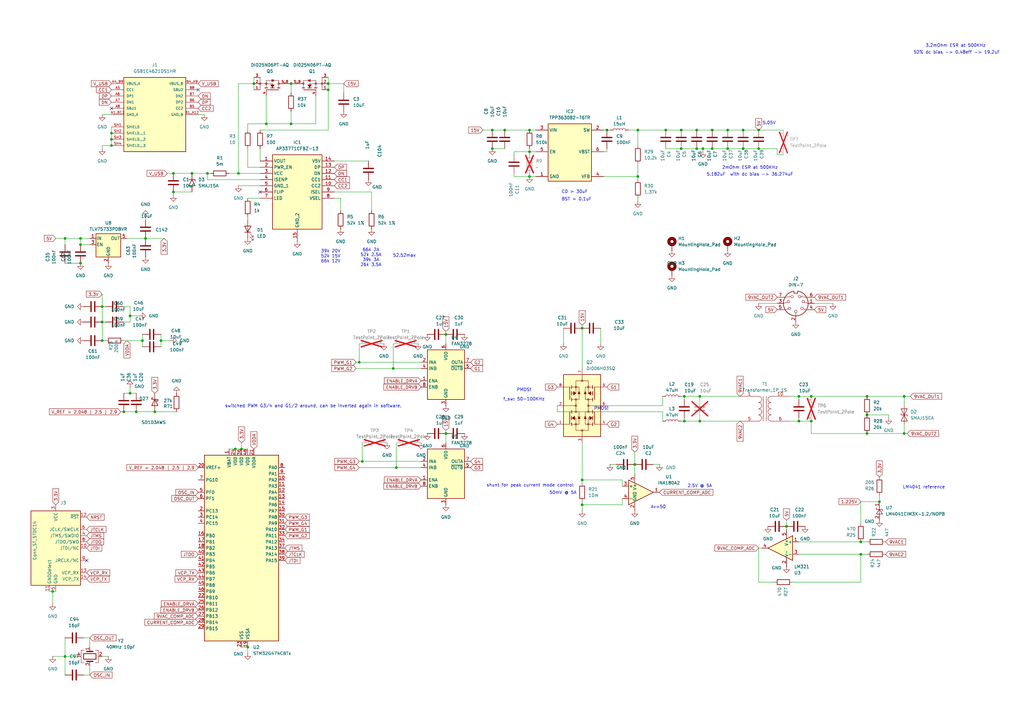
<source format=kicad_sch>
(kicad_sch (version 20250114) (generator "eeschema") (generator_version "9.0")

  (uuid "3c972f41-0cf6-4df5-8102-00aa652b6726")

  (paper "A3")

  (title_block
    (title "c64psu Project - Interactive Viewer")
  )

  

  (junction (at 119.38 50.8) (diameter 0) (color 0 0 0 0)
    (uuid "035d23c0-ad23-4f8c-ae10-1834b4e97699")
  )
  (junction (at 260.35 190.5) (diameter 0) (color 0 0 0 0)
    (uuid "03722880-bef1-454d-b314-15b96251ce1b")
  )
  (junction (at 21.59 242.57) (diameter 0) (color 0 0 0 0)
    (uuid "0f57ed08-4432-415e-a3a9-5672bdd80cc0")
  )
  (junction (at 280.67 162.56) (diameter 0) (color 0 0 0 0)
    (uuid "12ecabfa-d8ef-4780-a317-6a60de8a936a")
  )
  (junction (at 355.6 170.18) (diameter 0) (color 0 0 0 0)
    (uuid "16b84d46-82b7-4566-a38a-75f4cfe4c41d")
  )
  (junction (at 78.74 71.12) (diameter 0) (color 0 0 0 0)
    (uuid "19c81a47-1a6c-4f57-ac22-d5e3fe52c58c")
  )
  (junction (at 41.91 132.08) (diameter 0) (color 0 0 0 0)
    (uuid "1d1d1ab6-764f-42a9-93ad-0184c2ea06f6")
  )
  (junction (at 134.62 34.29) (diameter 0) (color 0 0 0 0)
    (uuid "23eebac0-ac3b-49bd-8fb1-36dc643651d8")
  )
  (junction (at 207.01 53.34) (diameter 0) (color 0 0 0 0)
    (uuid "2c57ee55-c831-46f7-af44-25ea83eeb4d0")
  )
  (junction (at 370.84 177.8) (diameter 0) (color 0 0 0 0)
    (uuid "2f24861c-ef24-458d-967e-bc71a864b0df")
  )
  (junction (at 134.62 36.83) (diameter 0) (color 0 0 0 0)
    (uuid "39ac35b5-d776-4c12-add6-f7941598251b")
  )
  (junction (at 355.6 162.56) (diameter 0) (color 0 0 0 0)
    (uuid "3a24b55c-41d4-4904-9b2b-01460b82eb79")
  )
  (junction (at 288.29 60.96) (diameter 0) (color 0 0 0 0)
    (uuid "40430a42-5211-40e9-9c36-09a906c4edd7")
  )
  (junction (at 311.15 53.34) (diameter 0) (color 0 0 0 0)
    (uuid "425891c6-89ac-45e9-b510-df12f2e1d800")
  )
  (junction (at 238.76 207.01) (diameter 0) (color 0 0 0 0)
    (uuid "430e658b-2771-43d7-84bc-af603779c5f4")
  )
  (junction (at 287.02 172.72) (diameter 0) (color 0 0 0 0)
    (uuid "437fee70-c38f-4212-803c-bc215c919ee0")
  )
  (junction (at 55.88 168.91) (diameter 0) (color 0 0 0 0)
    (uuid "447bde10-6b12-4cba-83d9-6cd9bdf4e762")
  )
  (junction (at 327.66 172.72) (diameter 0) (color 0 0 0 0)
    (uuid "448697a9-4737-44ea-a731-5dcb5d6acb11")
  )
  (junction (at 53.34 161.29) (diameter 0) (color 0 0 0 0)
    (uuid "46834ef6-84ad-4016-90b7-127283a5a136")
  )
  (junction (at 353.06 227.33) (diameter 0) (color 0 0 0 0)
    (uuid "4b49f67d-5afd-48f7-ac1b-41db64b015c6")
  )
  (junction (at 322.58 215.9) (diameter 0) (color 0 0 0 0)
    (uuid "4bbcee71-9414-4dd4-b8fd-68dd0ad17ba6")
  )
  (junction (at 59.69 97.79) (diameter 0) (color 0 0 0 0)
    (uuid "4c067608-37f8-44ab-9f5a-ca05f5ebc20d")
  )
  (junction (at 96.52 184.15) (diameter 0) (color 0 0 0 0)
    (uuid "4dde4f2d-8f05-42d9-bc35-b4091779f89c")
  )
  (junction (at 50.8 168.91) (diameter 0) (color 0 0 0 0)
    (uuid "4e451d9a-88aa-4732-83a2-084f0a9550c2")
  )
  (junction (at 279.4 60.96) (diameter 0) (color 0 0 0 0)
    (uuid "4e5d6310-77cc-4132-bfa8-3821b55c10aa")
  )
  (junction (at 104.14 34.29) (diameter 0) (color 0 0 0 0)
    (uuid "4efa7227-5d01-4225-b631-502d0774e31a")
  )
  (junction (at 101.6 265.43) (diameter 0) (color 0 0 0 0)
    (uuid "59cf2aac-ee56-4e2b-ad9f-feedf4e50f1f")
  )
  (junction (at 217.17 72.39) (diameter 0) (color 0 0 0 0)
    (uuid "660be8d9-fbde-4593-adc2-d4ac456fb172")
  )
  (junction (at 182.88 177.8) (diameter 0) (color 0 0 0 0)
    (uuid "686738d6-263c-4cc2-af57-2f41cb6b5e96")
  )
  (junction (at 298.45 53.34) (diameter 0) (color 0 0 0 0)
    (uuid "69b9bd20-c8e6-4614-b015-68eea0dfcc3a")
  )
  (junction (at 148.59 189.23) (diameter 0) (color 0 0 0 0)
    (uuid "7547cf25-3331-46eb-b9c0-061a835ada61")
  )
  (junction (at 332.74 172.72) (diameter 0) (color 0 0 0 0)
    (uuid "779c0a9c-e570-417e-a20c-da746faebd73")
  )
  (junction (at 311.15 60.96) (diameter 0) (color 0 0 0 0)
    (uuid "79461b3b-2fd1-46b2-8505-3a8fba7111d1")
  )
  (junction (at 304.8 53.34) (diameter 0) (color 0 0 0 0)
    (uuid "82bd5e2c-5b27-4c7d-8e77-4a3558f8c3bc")
  )
  (junction (at 99.06 184.15) (diameter 0) (color 0 0 0 0)
    (uuid "8d0a07f2-4018-45ac-a679-36dec95b38a3")
  )
  (junction (at 273.05 53.34) (diameter 0) (color 0 0 0 0)
    (uuid "8e7702ab-d341-4571-ac3c-3edf6226b2af")
  )
  (junction (at 119.38 34.29) (diameter 0) (color 0 0 0 0)
    (uuid "90b25ef5-402d-4f87-9f7c-9c2c48a20c65")
  )
  (junction (at 41.91 139.7) (diameter 0) (color 0 0 0 0)
    (uuid "98dca95e-f53f-48cc-ad8a-e0a0c66d3acb")
  )
  (junction (at 248.92 53.34) (diameter 0) (color 0 0 0 0)
    (uuid "99a62664-7465-41c7-99ab-c5e091af9817")
  )
  (junction (at 109.22 50.8) (diameter 0) (color 0 0 0 0)
    (uuid "9baf3492-f6ff-4e00-bfbb-98363ebc4cf5")
  )
  (junction (at 285.75 60.96) (diameter 0) (color 0 0 0 0)
    (uuid "a0d9a766-4f84-498f-b0f9-f8505ac4e4fb")
  )
  (junction (at 279.4 53.34) (diameter 0) (color 0 0 0 0)
    (uuid "a1b5120c-0b25-4352-bf0d-3a74c444e699")
  )
  (junction (at 201.93 53.34) (diameter 0) (color 0 0 0 0)
    (uuid "a1badd01-3b21-4085-999c-fb140d7e2bc4")
  )
  (junction (at 45.72 57.15) (diameter 0) (color 0 0 0 0)
    (uuid "a20f672a-41b0-441f-a36c-49bd442edd52")
  )
  (junction (at 97.79 71.12) (diameter 0) (color 0 0 0 0)
    (uuid "a24f1ce0-6da9-45cb-8232-16013191cfbe")
  )
  (junction (at 261.62 53.34) (diameter 0) (color 0 0 0 0)
    (uuid "a4a10ab1-ef3e-452f-9faa-3ba50cc54d8c")
  )
  (junction (at 182.88 137.16) (diameter 0) (color 0 0 0 0)
    (uuid "a52e8ee6-e110-4e91-a730-eda801763dcc")
  )
  (junction (at 370.84 162.56) (diameter 0) (color 0 0 0 0)
    (uuid "ab135de8-ae42-4a02-b908-b0b29e2ecb47")
  )
  (junction (at 360.68 205.74) (diameter 0) (color 0 0 0 0)
    (uuid "ae5846b7-3edf-4c22-a343-36acb92515fd")
  )
  (junction (at 292.1 53.34) (diameter 0) (color 0 0 0 0)
    (uuid "b229ef49-11d8-48e3-9487-2835c6a11988")
  )
  (junction (at 45.72 59.69) (diameter 0) (color 0 0 0 0)
    (uuid "b3b2ceb0-a804-4660-89c8-276053d3f327")
  )
  (junction (at 33.02 100.33) (diameter 0) (color 0 0 0 0)
    (uuid "b3fc8180-d4c3-4854-9b33-443d5f21a5b8")
  )
  (junction (at 71.12 78.74) (diameter 0) (color 0 0 0 0)
    (uuid "b4187b28-45d5-4380-830b-b7080619ee64")
  )
  (junction (at 162.56 191.77) (diameter 0) (color 0 0 0 0)
    (uuid "b4bed920-4979-4c95-90d7-26de0c4a9974")
  )
  (junction (at 26.67 97.79) (diameter 0) (color 0 0 0 0)
    (uuid "b781b2d6-a895-4afd-8dfb-9fe1df7a9e7e")
  )
  (junction (at 287.02 162.56) (diameter 0) (color 0 0 0 0)
    (uuid "ba72b139-177c-4060-a3f6-eb10cb279832")
  )
  (junction (at 261.62 72.39) (diameter 0) (color 0 0 0 0)
    (uuid "babcfd71-e5b4-452c-90b1-4a4ae3e64a67")
  )
  (junction (at 26.67 269.24) (diameter 0) (color 0 0 0 0)
    (uuid "baf1dd0a-e36a-4b34-8020-93a3499e9ae2")
  )
  (junction (at 66.04 139.7) (diameter 0) (color 0 0 0 0)
    (uuid "bd464eec-7965-424c-afe4-193343d590dd")
  )
  (junction (at 217.17 53.34) (diameter 0) (color 0 0 0 0)
    (uuid "c421e81e-c524-48f2-be23-feeb267f1ee9")
  )
  (junction (at 58.42 139.7) (diameter 0) (color 0 0 0 0)
    (uuid "c4c980d0-e835-429d-b9a7-ad4b1b1960b3")
  )
  (junction (at 238.76 196.85) (diameter 0) (color 0 0 0 0)
    (uuid "c54bf8ea-f73b-4066-af45-96e59fd5121c")
  )
  (junction (at 292.1 60.96) (diameter 0) (color 0 0 0 0)
    (uuid "c5c633f9-8733-4d1e-96cb-70f558a6a5b7")
  )
  (junction (at 147.32 148.59) (diameter 0) (color 0 0 0 0)
    (uuid "c6173f5a-6721-4bc9-aff2-3c332520b4cd")
  )
  (junction (at 53.34 129.54) (diameter 0) (color 0 0 0 0)
    (uuid "c9009699-8921-4df5-9901-d6b1535b0221")
  )
  (junction (at 33.02 107.95) (diameter 0) (color 0 0 0 0)
    (uuid "c960621b-0d85-4761-8667-7429bf0a837c")
  )
  (junction (at 353.06 222.25) (diameter 0) (color 0 0 0 0)
    (uuid "cb963968-7093-4ecd-b0df-45e3c7e58b72")
  )
  (junction (at 332.74 162.56) (diameter 0) (color 0 0 0 0)
    (uuid "ce6d93e5-9943-4980-ad22-3cc495b0bb50")
  )
  (junction (at 327.66 162.56) (diameter 0) (color 0 0 0 0)
    (uuid "cfad84f8-a703-49b8-b9de-781927faa0d7")
  )
  (junction (at 298.45 60.96) (diameter 0) (color 0 0 0 0)
    (uuid "d5e8410c-2d0c-4a23-8f26-7cc77885cc9e")
  )
  (junction (at 71.12 71.12) (diameter 0) (color 0 0 0 0)
    (uuid "d95144ca-421e-42cd-8947-2c52c0d9a089")
  )
  (junction (at 238.76 134.62) (diameter 0) (color 0 0 0 0)
    (uuid "da245d33-fa1d-4148-9c83-7bd2bf9176ed")
  )
  (junction (at 201.93 60.96) (diameter 0) (color 0 0 0 0)
    (uuid "da864505-be2b-4611-85a0-6ab34dbe874a")
  )
  (junction (at 280.67 172.72) (diameter 0) (color 0 0 0 0)
    (uuid "dae54668-d2ac-43ed-979a-712aa9c0200d")
  )
  (junction (at 285.75 53.34) (diameter 0) (color 0 0 0 0)
    (uuid "dbd43649-9713-4a89-ad92-9b89637c7944")
  )
  (junction (at 45.72 54.61) (diameter 0) (color 0 0 0 0)
    (uuid "dda0f77d-1fc8-4c3c-8b60-ad9e2c30de79")
  )
  (junction (at 33.02 97.79) (diameter 0) (color 0 0 0 0)
    (uuid "dec2d450-c4d4-4a7e-b7d4-d457d015959b")
  )
  (junction (at 304.8 60.96) (diameter 0) (color 0 0 0 0)
    (uuid "e2087509-e685-4f50-bb68-ef7d1201b605")
  )
  (junction (at 63.5 168.91) (diameter 0) (color 0 0 0 0)
    (uuid "e235faec-6dca-4529-811b-654a13c5487d")
  )
  (junction (at 161.29 151.13) (diameter 0) (color 0 0 0 0)
    (uuid "eab2d6a9-1bc3-450d-b83a-3a4c5c6be614")
  )
  (junction (at 41.91 125.73) (diameter 0) (color 0 0 0 0)
    (uuid "ed1f93df-0488-4b4c-81e6-fd274be5c5e5")
  )
  (junction (at 217.17 62.23) (diameter 0) (color 0 0 0 0)
    (uuid "f4e6196c-323d-43fb-9cec-02b47074cdfa")
  )
  (junction (at 85.09 71.12) (diameter 0) (color 0 0 0 0)
    (uuid "fcb45f81-78a4-4b0f-938b-0a8effd429c2")
  )
  (junction (at 355.6 177.8) (diameter 0) (color 0 0 0 0)
    (uuid "ffa710d9-ea4d-40b2-a998-71a781d6df34")
  )

  (no_connect (at 35.56 229.87) (uuid "6eb24b60-2160-407a-abf0-228fa53b905f"))
  (no_connect (at 81.28 36.83) (uuid "a0dd31af-2bb8-4b09-9320-df59e89635d5"))
  (no_connect (at 106.68 78.74) (uuid "b67b68a5-047f-4c81-b975-ae4a6ee895d4"))
  (no_connect (at 45.72 44.45) (uuid "befb5081-9840-4f4f-8320-868555d91052"))

  (wire (pts (xy 146.05 148.59) (xy 147.32 148.59))
    (stroke (width 0) (type default))
    (uuid "05446da5-6aa8-4c7f-ac2a-3c60a1ef50b1")
  )
  (wire (pts (xy 271.78 166.37) (xy 271.78 162.56))
    (stroke (width 0) (type default))
    (uuid "05babd3e-108b-4f6c-9036-e0609b1abf04")
  )
  (wire (pts (xy 246.38 134.62) (xy 246.38 140.97))
    (stroke (width 0) (type default))
    (uuid "05e52c13-4fbb-40bf-bd77-0cf2ca6c531b")
  )
  (wire (pts (xy 279.4 162.56) (xy 280.67 162.56))
    (stroke (width 0) (type default))
    (uuid "0d4ed506-56dc-4198-a8b7-557a36e4a007")
  )
  (wire (pts (xy 353.06 238.76) (xy 353.06 227.33))
    (stroke (width 0) (type default))
    (uuid "0d75c7ff-dd83-4cf8-bf21-d6b74bf01b87")
  )
  (wire (pts (xy 162.56 191.77) (xy 172.72 191.77))
    (stroke (width 0) (type default))
    (uuid "0d91c39c-2f98-4de3-b1e6-5c6ca3db6130")
  )
  (wire (pts (xy 109.22 50.8) (xy 119.38 50.8))
    (stroke (width 0) (type default))
    (uuid "110c79b8-f077-45d8-8acd-555bcdb25eea")
  )
  (wire (pts (xy 101.6 53.34) (xy 101.6 50.8))
    (stroke (width 0) (type default))
    (uuid "11183ea6-bb9b-4ba5-8730-1752ce5ed817")
  )
  (wire (pts (xy 148.59 189.23) (xy 172.72 189.23))
    (stroke (width 0) (type default))
    (uuid "13d7fb4e-66df-4043-bc50-aa1c9684cef7")
  )
  (wire (pts (xy 41.91 46.99) (xy 45.72 46.99))
    (stroke (width 0) (type default))
    (uuid "14728dd0-b0ee-4fba-8eb8-d89f901ab49c")
  )
  (wire (pts (xy 355.6 170.18) (xy 364.49 170.18))
    (stroke (width 0) (type default))
    (uuid "14de9336-966d-417e-ab3b-395b0e707e35")
  )
  (wire (pts (xy 119.38 45.72) (xy 119.38 50.8))
    (stroke (width 0) (type default))
    (uuid "159ad255-0f5e-4596-bcef-52feb951c9c0")
  )
  (wire (pts (xy 41.91 132.08) (xy 41.91 139.7))
    (stroke (width 0) (type default))
    (uuid "15bb2db6-ebc2-42c0-a83d-4f2cacb0dcda")
  )
  (wire (pts (xy 182.88 135.89) (xy 182.88 137.16))
    (stroke (width 0) (type default))
    (uuid "161157e8-f0a3-4667-9084-09734d850cc0")
  )
  (wire (pts (xy 201.93 60.96) (xy 207.01 60.96))
    (stroke (width 0) (type default))
    (uuid "16f3a8f2-d5ef-410c-8860-ec5b835f58fe")
  )
  (wire (pts (xy 353.06 205.74) (xy 353.06 214.63))
    (stroke (width 0) (type default))
    (uuid "179fdb5c-89e9-4bed-bc07-533f4717ef95")
  )
  (wire (pts (xy 238.76 134.62) (xy 238.76 151.13))
    (stroke (width 0) (type default))
    (uuid "18f68d82-13b3-4b29-8e4b-47e0cb762ca9")
  )
  (wire (pts (xy 119.38 34.29) (xy 119.38 38.1))
    (stroke (width 0) (type default))
    (uuid "190d5523-d15a-4a16-955d-a22f20e2a2d7")
  )
  (wire (pts (xy 97.79 34.29) (xy 97.79 71.12))
    (stroke (width 0) (type default))
    (uuid "1a673e07-e46a-461c-9222-d8be826da6ea")
  )
  (wire (pts (xy 210.82 63.5) (xy 210.82 62.23))
    (stroke (width 0) (type default))
    (uuid "1ac04d22-c8ef-410c-b1c2-c68dc526e6df")
  )
  (wire (pts (xy 280.67 162.56) (xy 280.67 163.83))
    (stroke (width 0) (type default))
    (uuid "1d01092a-833a-408b-962b-a5061fc06af1")
  )
  (wire (pts (xy 323.85 162.56) (xy 327.66 162.56))
    (stroke (width 0) (type default))
    (uuid "1d6c11e1-5056-4f23-96e3-dad1044f39a0")
  )
  (wire (pts (xy 96.52 184.15) (xy 93.98 184.15))
    (stroke (width 0) (type default))
    (uuid "1dd7436d-aa36-4d78-ac08-87c9bceadf8d")
  )
  (wire (pts (xy 327.66 222.25) (xy 353.06 222.25))
    (stroke (width 0) (type default))
    (uuid "1e9f00ab-1d28-433c-8c75-17bd95acc098")
  )
  (wire (pts (xy 66.04 139.7) (xy 69.85 139.7))
    (stroke (width 0) (type default))
    (uuid "1f8f6781-b0d9-4366-9290-a1d8cc1e47fd")
  )
  (wire (pts (xy 370.84 173.99) (xy 370.84 177.8))
    (stroke (width 0) (type default))
    (uuid "1f9394db-e46f-44a3-bd36-1dd3ba8a323d")
  )
  (wire (pts (xy 49.53 168.91) (xy 50.8 168.91))
    (stroke (width 0) (type default))
    (uuid "1fe82f60-84bc-4689-a0fb-6b45783591d2")
  )
  (wire (pts (xy 370.84 162.56) (xy 373.38 162.56))
    (stroke (width 0) (type default))
    (uuid "20b3c9a8-dc2d-4a43-bd21-77d9d26a4dd2")
  )
  (wire (pts (xy 311.15 238.76) (xy 317.5 238.76))
    (stroke (width 0) (type default))
    (uuid "21c86f3f-9513-42ac-b72c-1c636cebcc7a")
  )
  (wire (pts (xy 33.02 97.79) (xy 36.83 97.79))
    (stroke (width 0) (type default))
    (uuid "21f12306-a8fd-4c89-bcd8-7858b3ec6544")
  )
  (wire (pts (xy 292.1 53.34) (xy 298.45 53.34))
    (stroke (width 0) (type default))
    (uuid "245efbff-ae45-41b7-89ca-449ded9d29f1")
  )
  (wire (pts (xy 261.62 82.55) (xy 261.62 81.28))
    (stroke (width 0) (type default))
    (uuid "269cc68d-b4b8-49c4-82eb-88cbf3ba238f")
  )
  (wire (pts (xy 50.8 132.08) (xy 53.34 132.08))
    (stroke (width 0) (type default))
    (uuid "273c0758-793e-4ca5-a285-026cccfd791c")
  )
  (wire (pts (xy 311.15 53.34) (xy 321.31 53.34))
    (stroke (width 0) (type default))
    (uuid "27a10e10-ee17-461b-984d-8eeb7e12f176")
  )
  (wire (pts (xy 53.34 129.54) (xy 53.34 125.73))
    (stroke (width 0) (type default))
    (uuid "285ef9fb-673d-4f25-888d-9d010c49d13d")
  )
  (wire (pts (xy 148.59 181.61) (xy 148.59 189.23))
    (stroke (width 0) (type default))
    (uuid "2af301b0-7a1c-4118-ab47-4f1c494da249")
  )
  (wire (pts (xy 217.17 60.96) (xy 217.17 62.23))
    (stroke (width 0) (type default))
    (uuid "2d3b3d94-37fb-4f4a-b572-5e4b9665685a")
  )
  (wire (pts (xy 288.29 60.96) (xy 288.29 62.23))
    (stroke (width 0) (type default))
    (uuid "2ed70c1d-31e4-4cd7-abf2-2c5a8c05d91a")
  )
  (wire (pts (xy 161.29 140.97) (xy 161.29 151.13))
    (stroke (width 0) (type default))
    (uuid "2f22510e-6c23-4189-bf3d-e8f4dd209de3")
  )
  (wire (pts (xy 36.83 276.86) (xy 34.29 276.86))
    (stroke (width 0) (type default))
    (uuid "2f4367f0-0f53-4309-abf1-7b5219bd4fd8")
  )
  (wire (pts (xy 106.68 73.66) (xy 85.09 73.66))
    (stroke (width 0) (type default))
    (uuid "2f9095be-5378-4b4d-b47c-dafc25d431ce")
  )
  (wire (pts (xy 106.68 60.96) (xy 106.68 66.04))
    (stroke (width 0) (type default))
    (uuid "309978db-4acb-41c4-9b83-cfebd738bee2")
  )
  (wire (pts (xy 21.59 242.57) (xy 21.59 247.65))
    (stroke (width 0) (type default))
    (uuid "3653ece6-269d-49a6-b101-19555ce0fbf3")
  )
  (wire (pts (xy 355.6 162.56) (xy 370.84 162.56))
    (stroke (width 0) (type default))
    (uuid "365d31d9-2bde-4c68-bb66-e06e70797400")
  )
  (wire (pts (xy 85.09 73.66) (xy 85.09 71.12))
    (stroke (width 0) (type default))
    (uuid "380b46d3-90a5-4b76-aa8d-760262b35119")
  )
  (wire (pts (xy 68.58 71.12) (xy 71.12 71.12))
    (stroke (width 0) (type default))
    (uuid "391de27f-e6d5-4929-8067-d8722fe6a6ca")
  )
  (wire (pts (xy 66.04 137.16) (xy 66.04 139.7))
    (stroke (width 0) (type default))
    (uuid "3b0e183c-3122-4603-a6c7-ef8ea0c02d2d")
  )
  (wire (pts (xy 353.06 205.74) (xy 360.68 205.74))
    (stroke (width 0) (type default))
    (uuid "3c26f7d6-4f1f-44cd-9623-87edb058aaba")
  )
  (wire (pts (xy 327.66 162.56) (xy 332.74 162.56))
    (stroke (width 0) (type default))
    (uuid "3cfef8c0-5d98-4179-a63d-738200d24946")
  )
  (wire (pts (xy 59.69 90.17) (xy 59.69 88.9))
    (stroke (width 0) (type default))
    (uuid "3d1d1861-938b-4e9f-942e-f52d82b90f99")
  )
  (wire (pts (xy 26.67 269.24) (xy 31.75 269.24))
    (stroke (width 0) (type default))
    (uuid "3df8e84b-97ab-4d1d-bb6a-8fdaecc4f983")
  )
  (wire (pts (xy 292.1 60.96) (xy 298.45 60.96))
    (stroke (width 0) (type default))
    (uuid "3e104683-6826-4423-b704-495c1e90b955")
  )
  (wire (pts (xy 137.16 66.04) (xy 151.13 66.04))
    (stroke (width 0) (type default))
    (uuid "3fb0f07e-0bd7-4748-ba77-4e3374a4eee6")
  )
  (wire (pts (xy 327.66 162.56) (xy 327.66 163.83))
    (stroke (width 0) (type default))
    (uuid "409037cd-10be-45ac-8a6a-e8d2e8a4a00d")
  )
  (wire (pts (xy 152.4 78.74) (xy 152.4 86.36))
    (stroke (width 0) (type default))
    (uuid "42b426a9-3a61-462b-b8a7-e63a2a3529cd")
  )
  (wire (pts (xy 231.14 134.62) (xy 231.14 140.97))
    (stroke (width 0) (type default))
    (uuid "42f85a7b-7694-4275-86a1-699b6978a475")
  )
  (wire (pts (xy 260.35 190.5) (xy 260.35 194.31))
    (stroke (width 0) (type default))
    (uuid "435f8fea-8c3d-4699-adb6-5f3e90ae0f01")
  )
  (wire (pts (xy 273.05 60.96) (xy 279.4 60.96))
    (stroke (width 0) (type default))
    (uuid "43c3d6e6-5bc5-4417-aae5-c091e276e617")
  )
  (wire (pts (xy 101.6 68.58) (xy 101.6 60.96))
    (stroke (width 0) (type default))
    (uuid "43def9df-c0fc-4bd0-9846-26f0277d2288")
  )
  (wire (pts (xy 238.76 198.12) (xy 238.76 196.85))
    (stroke (width 0) (type default))
    (uuid "44b9a11f-d33c-48d7-9e99-fe0422aae235")
  )
  (wire (pts (xy 53.34 125.73) (xy 50.8 125.73))
    (stroke (width 0) (type default))
    (uuid "47cffc84-7629-4f37-b6dd-a646430480cb")
  )
  (wire (pts (xy 285.75 60.96) (xy 288.29 60.96))
    (stroke (width 0) (type default))
    (uuid "487e1bd6-7d8c-4dbd-85e4-14e8c00b748f")
  )
  (wire (pts (xy 287.02 172.72) (xy 303.53 172.72))
    (stroke (width 0) (type default))
    (uuid "48f7bf94-60b9-4d93-8eda-e822c9748462")
  )
  (wire (pts (xy 45.72 59.69) (xy 41.91 59.69))
    (stroke (width 0) (type default))
    (uuid "4b606363-9721-4cf7-a941-be0edd785f91")
  )
  (wire (pts (xy 332.74 177.8) (xy 332.74 172.72))
    (stroke (width 0) (type default))
    (uuid "4b720ebf-ab32-4b06-8dcf-a827248916d5")
  )
  (wire (pts (xy 101.6 88.9) (xy 101.6 90.17))
    (stroke (width 0) (type default))
    (uuid "4c0a5d3a-83f0-43e7-986d-ce571106ba15")
  )
  (wire (pts (xy 58.42 139.7) (xy 58.42 137.16))
    (stroke (width 0) (type default))
    (uuid "4c7a196c-7485-4913-a900-49784e56b6ab")
  )
  (wire (pts (xy 20.32 242.57) (xy 21.59 242.57))
    (stroke (width 0) (type default))
    (uuid "4ffa2fd2-4089-4d63-b4e4-139ad86d6b1c")
  )
  (wire (pts (xy 134.62 34.29) (xy 140.97 34.29))
    (stroke (width 0) (type default))
    (uuid "516f06d2-7d16-4eb3-abb7-32ce6408ec07")
  )
  (wire (pts (xy 71.12 71.12) (xy 78.74 71.12))
    (stroke (width 0) (type default))
    (uuid "52f44a92-512a-49d7-8387-0e030f3bae79")
  )
  (wire (pts (xy 182.88 137.16) (xy 182.88 140.97))
    (stroke (width 0) (type default))
    (uuid "5358b258-12c3-4258-b05b-58b611a4f7d2")
  )
  (wire (pts (xy 41.91 125.73) (xy 43.18 125.73))
    (stroke (width 0) (type default))
    (uuid "54c88f64-01a3-4202-9d6a-087e499688d3")
  )
  (wire (pts (xy 129.54 39.37) (xy 129.54 50.8))
    (stroke (width 0) (type default))
    (uuid "56e2e5da-5973-49e3-aa5f-e13ed5c34f9c")
  )
  (wire (pts (xy 271.78 172.72) (xy 271.78 168.91))
    (stroke (width 0) (type default))
    (uuid "57922330-19cc-46bc-bc65-9fd5bf9bf016")
  )
  (wire (pts (xy 137.16 78.74) (xy 152.4 78.74))
    (stroke (width 0) (type default))
    (uuid "583f600d-b4fa-43ce-8aa9-96e49bb229eb")
  )
  (wire (pts (xy 101.6 50.8) (xy 109.22 50.8))
    (stroke (width 0) (type default))
    (uuid "59ceb8a6-1daa-4541-90ff-20c6752b10be")
  )
  (wire (pts (xy 304.8 60.96) (xy 311.15 60.96))
    (stroke (width 0) (type default))
    (uuid "5a809a2a-3cc3-4e23-b87b-a3ed72338c0d")
  )
  (wire (pts (xy 210.82 71.12) (xy 210.82 72.39))
    (stroke (width 0) (type default))
    (uuid "5b589f95-6dd6-4598-9b90-6558533dc4d1")
  )
  (wire (pts (xy 248.92 166.37) (xy 271.78 166.37))
    (stroke (width 0) (type default))
    (uuid "5b7abd61-051f-4f69-92ee-0f7392c4489f")
  )
  (wire (pts (xy 250.19 190.5) (xy 252.73 190.5))
    (stroke (width 0) (type default))
    (uuid "5f2e953b-e784-4f89-a9f9-41a26a5c5eaa")
  )
  (wire (pts (xy 280.67 172.72) (xy 287.02 172.72))
    (stroke (width 0) (type default))
    (uuid "6059cc56-0607-42c2-a857-a87568155779")
  )
  (wire (pts (xy 33.02 100.33) (xy 36.83 100.33))
    (stroke (width 0) (type default))
    (uuid "617de3ac-a32c-42d4-82e7-e35d6ad53ba3")
  )
  (wire (pts (xy 99.06 184.15) (xy 96.52 184.15))
    (stroke (width 0) (type default))
    (uuid "63317604-84d8-4889-af90-831f52c81e59")
  )
  (wire (pts (xy 370.84 162.56) (xy 370.84 166.37))
    (stroke (width 0) (type default))
    (uuid "633e60b1-fea2-4055-9a0b-3465c196f8f0")
  )
  (wire (pts (xy 279.4 60.96) (xy 285.75 60.96))
    (stroke (width 0) (type default))
    (uuid "65121dd7-3668-4c7a-af70-3c4f7a483608")
  )
  (wire (pts (xy 318.77 63.5) (xy 318.77 60.96))
    (stroke (width 0) (type default))
    (uuid "65d079ec-2d46-4a28-ab2d-6d6cae73a124")
  )
  (wire (pts (xy 360.68 203.2) (xy 360.68 205.74))
    (stroke (width 0) (type default))
    (uuid "665963d2-4d02-4ee5-b452-31b1191c28cb")
  )
  (wire (pts (xy 323.85 172.72) (xy 327.66 172.72))
    (stroke (width 0) (type default))
    (uuid "678dcae1-c3a9-4c2d-b9b7-28fcaeaa289d")
  )
  (wire (pts (xy 134.62 53.34) (xy 134.62 36.83))
    (stroke (width 0) (type default))
    (uuid "68def574-da39-4d78-94c9-dabc8c3aabe9")
  )
  (wire (pts (xy 106.68 53.34) (xy 134.62 53.34))
    (stroke (width 0) (type default))
    (uuid "692be308-6b68-4705-acce-e022e648d347")
  )
  (wire (pts (xy 255.27 196.85) (xy 255.27 199.39))
    (stroke (width 0) (type default))
    (uuid "6adfb438-bfe3-4217-b989-76cfacfafc20")
  )
  (wire (pts (xy 280.67 162.56) (xy 287.02 162.56))
    (stroke (width 0) (type default))
    (uuid "6cbf915d-36b9-41de-ba96-94eb8fed6a96")
  )
  (wire (pts (xy 63.5 168.91) (xy 55.88 168.91))
    (stroke (width 0) (type default))
    (uuid "6e1d0b65-2147-40a7-ac62-ce0bc8d6ebf4")
  )
  (wire (pts (xy 83.82 46.99) (xy 81.28 46.99))
    (stroke (width 0) (type default))
    (uuid "6edd58bb-69da-4d51-b714-cbc4bb70498d")
  )
  (wire (pts (xy 318.77 60.96) (xy 311.15 60.96))
    (stroke (width 0) (type default))
    (uuid "6ee202f1-a05d-4c66-a94c-9def6095e2b8")
  )
  (wire (pts (xy 41.91 59.69) (xy 41.91 60.96))
    (stroke (width 0) (type default))
    (uuid "718d1832-c990-418e-8b6e-0b86aa284f22")
  )
  (wire (pts (xy 311.15 238.76) (xy 311.15 224.79))
    (stroke (width 0) (type default))
    (uuid "71c64c4f-ff22-449a-98fd-8780c0a4d18a")
  )
  (wire (pts (xy 45.72 57.15) (xy 45.72 59.69))
    (stroke (width 0) (type default))
    (uuid "73fa565e-45cc-4154-9a7d-2e624c839a86")
  )
  (wire (pts (xy 311.15 224.79) (xy 312.42 224.79))
    (stroke (width 0) (type default))
    (uuid "7413dd55-2d7e-4516-8c24-61cc71763307")
  )
  (wire (pts (xy 248.92 60.96) (xy 248.92 62.23))
    (stroke (width 0) (type default))
    (uuid "753269bd-533c-4de7-a2d7-ed2af958e6ce")
  )
  (wire (pts (xy 238.76 207.01) (xy 255.27 207.01))
    (stroke (width 0) (type default))
    (uuid "75dc482e-4309-4390-874f-79dcaead30bd")
  )
  (wire (pts (xy 238.76 196.85) (xy 255.27 196.85))
    (stroke (width 0) (type default))
    (uuid "77096e99-d99c-4130-b46d-949156a115df")
  )
  (wire (pts (xy 53.34 158.75) (xy 53.34 161.29))
    (stroke (width 0) (type default))
    (uuid "7844a93c-f22d-4138-9024-73f44cd49f18")
  )
  (wire (pts (xy 322.58 213.36) (xy 322.58 215.9))
    (stroke (width 0) (type default))
    (uuid "78a5d0c4-5c80-4ee7-b13b-56a181468e52")
  )
  (wire (pts (xy 238.76 133.35) (xy 238.76 134.62))
    (stroke (width 0) (type default))
    (uuid "78ca85cc-6c58-42a5-9929-d74b31717963")
  )
  (wire (pts (xy 50.8 139.7) (xy 58.42 139.7))
    (stroke (width 0) (type default))
    (uuid "7a551672-6c95-4028-847f-a53bb00d8918")
  )
  (wire (pts (xy 71.12 80.01) (xy 71.12 78.74))
    (stroke (width 0) (type default))
    (uuid "7a9cf3c3-4aca-40de-9d77-a402ac3a1182")
  )
  (wire (pts (xy 288.29 60.96) (xy 292.1 60.96))
    (stroke (width 0) (type default))
    (uuid "7b1168b0-2474-4376-8595-9b0b6cc53d7d")
  )
  (wire (pts (xy 104.14 31.75) (xy 104.14 34.29))
    (stroke (width 0) (type default))
    (uuid "7b3d96f2-1478-41ab-840a-6f9f3fbfd41a")
  )
  (wire (pts (xy 287.02 162.56) (xy 287.02 163.83))
    (stroke (width 0) (type default))
    (uuid "7c030e12-f402-4cef-9273-1eea131a2630")
  )
  (wire (pts (xy 33.02 97.79) (xy 33.02 100.33))
    (stroke (width 0) (type default))
    (uuid "7c2ecb9f-862e-49fb-92bf-00f55e8fcaf2")
  )
  (wire (pts (xy 198.12 53.34) (xy 201.93 53.34))
    (stroke (width 0) (type default))
    (uuid "7c9d6a46-ec9d-4e01-a370-a71573e76268")
  )
  (wire (pts (xy 53.34 132.08) (xy 53.34 129.54))
    (stroke (width 0) (type default))
    (uuid "7d7862ca-3db5-4b23-b311-364aa9890bba")
  )
  (wire (pts (xy 238.76 181.61) (xy 238.76 196.85))
    (stroke (width 0) (type default))
    (uuid "7e330f21-4b39-4f74-847d-1a1d2a123c66")
  )
  (wire (pts (xy 273.05 53.34) (xy 279.4 53.34))
    (stroke (width 0) (type default))
    (uuid "7ed1d8da-40a4-4a63-abcf-850b6cb56b48")
  )
  (wire (pts (xy 247.65 72.39) (xy 261.62 72.39))
    (stroke (width 0) (type default))
    (uuid "804e396d-ee8a-4261-b0dd-d47827a535a9")
  )
  (wire (pts (xy 134.62 34.29) (xy 134.62 36.83))
    (stroke (width 0) (type default))
    (uuid "8152108a-0818-4a6e-94bd-13e12bc43a8a")
  )
  (wire (pts (xy 364.49 171.45) (xy 364.49 170.18))
    (stroke (width 0) (type default))
    (uuid "82b47de7-8885-4ec2-9832-b5f6da8b65d3")
  )
  (wire (pts (xy 99.06 181.61) (xy 99.06 184.15))
    (stroke (width 0) (type default))
    (uuid "8348e5ca-03b8-4e05-9360-81303fbe0810")
  )
  (wire (pts (xy 147.32 140.97) (xy 147.32 148.59))
    (stroke (width 0) (type default))
    (uuid "84ded0fc-8700-407a-8f79-a17501f8df80")
  )
  (wire (pts (xy 59.69 97.79) (xy 52.07 97.79))
    (stroke (width 0) (type default))
    (uuid "84fdbbc0-d6c0-4b90-99da-9ab795eef83b")
  )
  (wire (pts (xy 41.91 120.65) (xy 41.91 125.73))
    (stroke (width 0) (type default))
    (uuid "8a966390-4b90-4545-8f22-b7b72aedd8e6")
  )
  (wire (pts (xy 53.34 161.29) (xy 50.8 161.29))
    (stroke (width 0) (type default))
    (uuid "8bf0019e-1ce6-4f0a-900e-6573eba74309")
  )
  (wire (pts (xy 182.88 177.8) (xy 182.88 181.61))
    (stroke (width 0) (type default))
    (uuid "8c25ef2c-6da5-4255-8008-16229188f772")
  )
  (wire (pts (xy 217.17 72.39) (xy 219.71 72.39))
    (stroke (width 0) (type default))
    (uuid "8c42b630-225e-4a61-a10d-0b76f2017e64")
  )
  (wire (pts (xy 217.17 53.34) (xy 219.71 53.34))
    (stroke (width 0) (type default))
    (uuid "8c650baa-fe39-46e7-9634-d26f4c6db28f")
  )
  (wire (pts (xy 261.62 53.34) (xy 273.05 53.34))
    (stroke (width 0) (type default))
    (uuid "8d8abf0e-0f78-4dfe-9f2a-eb0101823a52")
  )
  (wire (pts (xy 287.02 171.45) (xy 287.02 172.72))
    (stroke (width 0) (type default))
    (uuid "8e7190b3-04a0-4fe4-ba9d-766d311da7c1")
  )
  (wire (pts (xy 104.14 34.29) (xy 104.14 36.83))
    (stroke (width 0) (type default))
    (uuid "8f14cee0-444f-4924-92d7-448dd89beafe")
  )
  (wire (pts (xy 217.17 62.23) (xy 217.17 63.5))
    (stroke (width 0) (type default))
    (uuid "8f2ac4e1-6a2c-4020-890b-b4a12323ff08")
  )
  (wire (pts (xy 332.74 162.56) (xy 355.6 162.56))
    (stroke (width 0) (type default))
    (uuid "8f7125c7-49fe-4579-bdbf-ae51709d451e")
  )
  (wire (pts (xy 146.05 151.13) (xy 161.29 151.13))
    (stroke (width 0) (type default))
    (uuid "905527ad-9a2d-4996-ad5f-0ad2124f5a2d")
  )
  (wire (pts (xy 36.83 261.62) (xy 34.29 261.62))
    (stroke (width 0) (type default))
    (uuid "914ad7ba-5fca-459f-ad25-a12e34a57b36")
  )
  (wire (pts (xy 287.02 162.56) (xy 303.53 162.56))
    (stroke (width 0) (type default))
    (uuid "9273d432-068b-40dd-9fef-b9e39ed0941a")
  )
  (wire (pts (xy 41.91 132.08) (xy 43.18 132.08))
    (stroke (width 0) (type default))
    (uuid "92a34b5c-63c0-4e2a-98ac-ff8e722102f0")
  )
  (wire (pts (xy 139.7 81.28) (xy 139.7 86.36))
    (stroke (width 0) (type default))
    (uuid "9359e7c0-de67-46c4-ab96-ff3a1f7e204c")
  )
  (wire (pts (xy 217.17 62.23) (xy 219.71 62.23))
    (stroke (width 0) (type default))
    (uuid "9647fb0f-4947-48b3-acf5-56804e2ec748")
  )
  (wire (pts (xy 325.12 238.76) (xy 353.06 238.76))
    (stroke (width 0) (type default))
    (uuid "96c9a80b-b362-4c30-a3f8-ef72611ef99d")
  )
  (wire (pts (xy 162.56 181.61) (xy 162.56 191.77))
    (stroke (width 0) (type default))
    (uuid "974408cf-b0c8-4b76-ae60-6f72f1db9a1d")
  )
  (wire (pts (xy 134.62 31.75) (xy 134.62 34.29))
    (stroke (width 0) (type default))
    (uuid "978b3560-ecf7-45bf-a17c-d1abfb6c590a")
  )
  (wire (pts (xy 161.29 151.13) (xy 172.72 151.13))
    (stroke (width 0) (type default))
    (uuid "99dfb76a-8163-41be-a987-361b024fdc86")
  )
  (wire (pts (xy 353.06 227.33) (xy 355.6 227.33))
    (stroke (width 0) (type default))
    (uuid "9aa93002-9ca7-4874-be8f-d90e588317ca")
  )
  (wire (pts (xy 66.04 139.7) (xy 66.04 142.24))
    (stroke (width 0) (type default))
    (uuid "9ac306ec-2078-40ee-a3e3-2f36e0116173")
  )
  (wire (pts (xy 41.91 269.24) (xy 44.45 269.24))
    (stroke (width 0) (type default))
    (uuid "9c20504a-4362-4816-bd68-e0f7e3d3256e")
  )
  (wire (pts (xy 43.18 139.7) (xy 41.91 139.7))
    (stroke (width 0) (type default))
    (uuid "9d1b6eda-d8e3-4450-89f5-b9b2d1e727d4")
  )
  (wire (pts (xy 247.65 53.34) (xy 248.92 53.34))
    (stroke (width 0) (type default))
    (uuid "9db2fe80-f627-4ea7-9353-2420474bb8db")
  )
  (wire (pts (xy 99.06 265.43) (xy 101.6 265.43))
    (stroke (width 0) (type default))
    (uuid "9f184ea5-dbed-4661-a9bd-2a691aad7a80")
  )
  (wire (pts (xy 97.79 71.12) (xy 106.68 71.12))
    (stroke (width 0) (type default))
    (uuid "a048a5ba-5913-445d-8c33-2450f52da74f")
  )
  (wire (pts (xy 327.66 172.72) (xy 332.74 172.72))
    (stroke (width 0) (type default))
    (uuid "a156c318-5105-4687-b681-95483aa65499")
  )
  (wire (pts (xy 285.75 53.34) (xy 292.1 53.34))
    (stroke (width 0) (type default))
    (uuid "a2449a89-a8f3-481a-b9de-59aa0d17ee45")
  )
  (wire (pts (xy 22.86 97.79) (xy 26.67 97.79))
    (stroke (width 0) (type default))
    (uuid "a5fd40ba-39b4-4ff5-9628-b6c14adc2faf")
  )
  (wire (pts (xy 217.17 71.12) (xy 217.17 72.39))
    (stroke (width 0) (type default))
    (uuid "a673719c-90ed-4b42-9788-e3a950e511ea")
  )
  (wire (pts (xy 36.83 265.43) (xy 36.83 261.62))
    (stroke (width 0) (type default))
    (uuid "aa9105c5-c5a9-4fc4-837b-8e86113c81ad")
  )
  (wire (pts (xy 334.01 124.46) (xy 341.63 124.46))
    (stroke (width 0) (type default))
    (uuid "aacdd408-2d0e-46dd-977a-28eedd3c4d6a")
  )
  (wire (pts (xy 57.15 129.54) (xy 53.34 129.54))
    (stroke (width 0) (type default))
    (uuid "b0543185-d357-4d5e-a6cb-c6f1851d2adc")
  )
  (wire (pts (xy 93.98 71.12) (xy 97.79 71.12))
    (stroke (width 0) (type default))
    (uuid "b0b9d538-4b9d-465e-9558-7f3b2445ff02")
  )
  (wire (pts (xy 311.15 124.46) (xy 318.77 124.46))
    (stroke (width 0) (type default))
    (uuid "b4a5f177-4508-4019-9c00-823040e5fe10")
  )
  (wire (pts (xy 332.74 177.8) (xy 355.6 177.8))
    (stroke (width 0) (type default))
    (uuid "b90901f6-a4f7-4e56-a5ee-21f6feadf5fe")
  )
  (wire (pts (xy 353.06 222.25) (xy 355.6 222.25))
    (stroke (width 0) (type default))
    (uuid "b94904e6-3549-4c60-98fe-9400e102af04")
  )
  (wire (pts (xy 85.09 71.12) (xy 86.36 71.12))
    (stroke (width 0) (type default))
    (uuid "ba177a6b-4343-4c21-8d87-65dc90fc6dc1")
  )
  (wire (pts (xy 109.22 39.37) (xy 109.22 50.8))
    (stroke (width 0) (type default))
    (uuid "bb6547cb-fdf7-4581-83f5-649feaa3661b")
  )
  (wire (pts (xy 26.67 269.24) (xy 26.67 276.86))
    (stroke (width 0) (type default))
    (uuid "bb685ad2-68b9-4705-bc18-90f9023197a1")
  )
  (wire (pts (xy 279.4 172.72) (xy 280.67 172.72))
    (stroke (width 0) (type default))
    (uuid "bc7e83de-cfdc-4f5a-b4ec-605f65306328")
  )
  (wire (pts (xy 298.45 53.34) (xy 304.8 53.34))
    (stroke (width 0) (type default))
    (uuid "c13d38f3-411c-4c82-b668-5b41246b99e8")
  )
  (wire (pts (xy 322.58 215.9) (xy 322.58 217.17))
    (stroke (width 0) (type default))
    (uuid "c1b7a06d-bf8a-43d1-a170-895d8acb73f3")
  )
  (wire (pts (xy 55.88 161.29) (xy 53.34 161.29))
    (stroke (width 0) (type default))
    (uuid "c2ac432a-c125-437a-bd35-c90f05896e4d")
  )
  (wire (pts (xy 45.72 52.07) (xy 45.72 54.61))
    (stroke (width 0) (type default))
    (uuid "c56f1767-337f-4433-842c-3773663993c5")
  )
  (wire (pts (xy 137.16 81.28) (xy 139.7 81.28))
    (stroke (width 0) (type default))
    (uuid "c62bb9b5-da27-427e-b4c2-b35e357d386e")
  )
  (wire (pts (xy 78.74 71.12) (xy 85.09 71.12))
    (stroke (width 0) (type default))
    (uuid "c6746a31-61d0-4f61-a684-69de0f32180d")
  )
  (wire (pts (xy 260.35 185.42) (xy 260.35 190.5))
    (stroke (width 0) (type default))
    (uuid "c7bb3de6-079f-4088-b159-474d52c18383")
  )
  (wire (pts (xy 201.93 53.34) (xy 207.01 53.34))
    (stroke (width 0) (type default))
    (uuid "c92bd369-fe7b-41f3-bd4a-5900f5741739")
  )
  (wire (pts (xy 261.62 53.34) (xy 257.81 53.34))
    (stroke (width 0) (type default))
    (uuid "c9761b67-ad7b-4bfe-b56c-efcd57f05c0f")
  )
  (wire (pts (xy 210.82 72.39) (xy 217.17 72.39))
    (stroke (width 0) (type default))
    (uuid "ca40592c-84a2-4b8e-be5a-b10ad15485c3")
  )
  (wire (pts (xy 304.8 53.34) (xy 311.15 53.34))
    (stroke (width 0) (type default))
    (uuid "ca668028-ce2b-4e16-a73f-74e9a0c70a00")
  )
  (wire (pts (xy 21.59 242.57) (xy 22.86 242.57))
    (stroke (width 0) (type default))
    (uuid "cb4df33a-b2d1-489e-b17b-f7cf7fc65a69")
  )
  (wire (pts (xy 101.6 81.28) (xy 106.68 81.28))
    (stroke (width 0) (type default))
    (uuid "cffc6d63-f65f-42fa-8884-e5ee270c7150")
  )
  (wire (pts (xy 67.31 97.79) (xy 59.69 97.79))
    (stroke (width 0) (type default))
    (uuid "d17a97fe-8eec-4ce4-984d-5eccc58e068c")
  )
  (wire (pts (xy 50.8 168.91) (xy 55.88 168.91))
    (stroke (width 0) (type default))
    (uuid "d1fdf685-a079-4822-b4bd-4a5423ce1105")
  )
  (wire (pts (xy 97.79 76.2) (xy 106.68 76.2))
    (stroke (width 0) (type default))
    (uuid "d3cb49fa-24f9-4b5e-9f91-606513ca69dc")
  )
  (wire (pts (xy 271.78 168.91) (xy 228.6 168.91))
    (stroke (width 0) (type default))
    (uuid "d64c14fe-9975-4f64-a833-67a984018938")
  )
  (wire (pts (xy 280.67 171.45) (xy 280.67 172.72))
    (stroke (width 0) (type default))
    (uuid "d6de3756-fa38-4287-946c-0e2d05b7f0c9")
  )
  (wire (pts (xy 279.4 53.34) (xy 285.75 53.34))
    (stroke (width 0) (type default))
    (uuid "d909becc-7666-4bb6-861a-a21afe02cf83")
  )
  (wire (pts (xy 101.6 184.15) (xy 99.06 184.15))
    (stroke (width 0) (type default))
    (uuid "da336d1e-f6aa-45e8-87ad-1b9aaac42123")
  )
  (wire (pts (xy 238.76 209.55) (xy 238.76 207.01))
    (stroke (width 0) (type default))
    (uuid "dacf4aa9-e45e-42b0-9d91-ff669ed0c6cb")
  )
  (wire (pts (xy 106.68 68.58) (xy 101.6 68.58))
    (stroke (width 0) (type default))
    (uuid "dcc8833d-cdf2-4c05-bba9-0af96d0d2e84")
  )
  (wire (pts (xy 119.38 50.8) (xy 129.54 50.8))
    (stroke (width 0) (type default))
    (uuid "dd693d80-0f3e-4969-b7e4-2a88d8705e30")
  )
  (wire (pts (xy 26.67 261.62) (xy 26.67 269.24))
    (stroke (width 0) (type default))
    (uuid "ddf27f11-837c-4ea0-939e-afeb4eec9079")
  )
  (wire (pts (xy 147.32 191.77) (xy 162.56 191.77))
    (stroke (width 0) (type default))
    (uuid "de3275b7-1d11-4c06-b802-211d730aff05")
  )
  (wire (pts (xy 140.97 34.29) (xy 140.97 38.1))
    (stroke (width 0) (type default))
    (uuid "e2a395e1-96e9-4ccc-a133-9feffe4ad12e")
  )
  (wire (pts (xy 255.27 207.01) (xy 255.27 204.47))
    (stroke (width 0) (type default))
    (uuid "e4ce82c8-fba9-41a9-aad4-6026b70b874b")
  )
  (wire (pts (xy 58.42 139.7) (xy 58.42 142.24))
    (stroke (width 0) (type default))
    (uuid "e5a2f7c3-4b73-463f-bef6-b19a9957d698")
  )
  (wire (pts (xy 238.76 205.74) (xy 238.76 207.01))
    (stroke (width 0) (type default))
    (uuid "e78a0761-9b15-4360-8ebe-5b0e5e0cede4")
  )
  (wire (pts (xy 104.14 34.29) (xy 97.79 34.29))
    (stroke (width 0) (type default))
    (uuid "e7d08474-ffdc-4677-b384-37dadab4aa5c")
  )
  (wire (pts (xy 26.67 97.79) (xy 33.02 97.79))
    (stroke (width 0) (type default))
    (uuid "e81b1c08-ff15-441b-aef7-a66f25362d55")
  )
  (wire (pts (xy 147.32 189.23) (xy 148.59 189.23))
    (stroke (width 0) (type default))
    (uuid "e84047e1-e3f8-4817-9756-cd38c4269b7f")
  )
  (wire (pts (xy 210.82 62.23) (xy 217.17 62.23))
    (stroke (width 0) (type default))
    (uuid "e862b9c8-d8dd-4354-8ffe-32a78d448213")
  )
  (wire (pts (xy 71.12 78.74) (xy 78.74 78.74))
    (stroke (width 0) (type default))
    (uuid "e95b7da6-b309-442c-9b0e-1f9242e30753")
  )
  (wire (pts (xy 147.32 148.59) (xy 172.72 148.59))
    (stroke (width 0) (type default))
    (uuid "e9e22e5c-deb3-4097-85b0-50ad1f201ecd")
  )
  (wire (pts (xy 327.66 171.45) (xy 327.66 172.72))
    (stroke (width 0) (type default))
    (uuid "ec0463d1-10b4-47ba-afb7-f1653bf449f5")
  )
  (wire (pts (xy 298.45 60.96) (xy 304.8 60.96))
    (stroke (width 0) (type default))
    (uuid "ed158753-c09d-41f4-838d-d5547770a286")
  )
  (wire (pts (xy 36.83 273.05) (xy 36.83 276.86))
    (stroke (width 0) (type default))
    (uuid "ed1dd9b8-e079-4955-887f-c376cc7de9b3")
  )
  (wire (pts (xy 370.84 177.8) (xy 372.11 177.8))
    (stroke (width 0) (type default))
    (uuid "ed4fff9d-9789-490d-9cf9-da1a3335e53e")
  )
  (wire (pts (xy 321.31 63.5) (xy 318.77 63.5))
    (stroke (width 0) (type default))
    (uuid "edad6ba7-8c47-4b3a-b6a7-df9d16f9e096")
  )
  (wire (pts (xy 207.01 53.34) (xy 217.17 53.34))
    (stroke (width 0) (type default))
    (uuid "ef0e077b-eba3-4d14-a249-a3e7ae6df377")
  )
  (wire (pts (xy 248.92 62.23) (xy 247.65 62.23))
    (stroke (width 0) (type default))
    (uuid "efb9409b-8b62-482f-bcf9-fdc38d7b3f88")
  )
  (wire (pts (xy 261.62 67.31) (xy 261.62 72.39))
    (stroke (width 0) (type default))
    (uuid "eff8454b-56e7-439e-ac85-684e8d8e4440")
  )
  (wire (pts (xy 248.92 53.34) (xy 250.19 53.34))
    (stroke (width 0) (type default))
    (uuid "f0cf4b45-2aa5-40b7-a46f-6bb489c30405")
  )
  (wire (pts (xy 261.62 73.66) (xy 261.62 72.39))
    (stroke (width 0) (type default))
    (uuid "f16d05a0-a1d5-46e1-8f98-ac061f3de834")
  )
  (wire (pts (xy 72.39 168.91) (xy 63.5 168.91))
    (stroke (width 0) (type default))
    (uuid "f1ccc34f-0717-4b3a-869a-af3b8efbf42d")
  )
  (wire (pts (xy 21.59 269.24) (xy 26.67 269.24))
    (stroke (width 0) (type default))
    (uuid "f22f9976-f9f5-4ffc-b2cf-5c0c2f403af6")
  )
  (wire (pts (xy 101.6 267.97) (xy 101.6 265.43))
    (stroke (width 0) (type default))
    (uuid "f3a50714-cd17-4d24-be80-d690bf588168")
  )
  (wire (pts (xy 45.72 54.61) (xy 45.72 57.15))
    (stroke (width 0) (type default))
    (uuid "f4c21bbb-1648-4414-bf5b-38209a9c70cf")
  )
  (wire (pts (xy 26.67 107.95) (xy 33.02 107.95))
    (stroke (width 0) (type default))
    (uuid "f59d023d-dac4-4fca-bb28-73e550dbb8b1")
  )
  (wire (pts (xy 355.6 177.8) (xy 370.84 177.8))
    (stroke (width 0) (type default))
    (uuid "f6d00e8d-b777-49f8-b4ca-dfc029123f3d")
  )
  (wire (pts (xy 41.91 125.73) (xy 41.91 132.08))
    (stroke (width 0) (type default))
    (uuid "f7f34884-832c-45e4-a206-3e2098232be8")
  )
  (wire (pts (xy 327.66 227.33) (xy 353.06 227.33))
    (stroke (width 0) (type default))
    (uuid "fb139796-d550-44eb-83f7-471d156d04b7")
  )
  (wire (pts (xy 26.67 97.79) (xy 26.67 100.33))
    (stroke (width 0) (type default))
    (uuid "fbdad19e-4216-45cb-97a1-a89a0b15130d")
  )
  (wire (pts (xy 182.88 176.53) (xy 182.88 177.8))
    (stroke (width 0) (type default))
    (uuid "fc88051d-919b-4d68-ad2e-8a91e6ec28f1")
  )
  (wire (pts (xy 270.51 190.5) (xy 267.97 190.5))
    (stroke (width 0) (type default))
    (uuid "fc89d4d2-b9bc-49e1-ae52-9be06eaffa23")
  )
  (wire (pts (xy 261.62 59.69) (xy 261.62 53.34))
    (stroke (width 0) (type default))
    (uuid "fcfd4b8a-e467-41d2-a6e5-44c383d5bc3a")
  )
  (wire (pts (xy 228.6 168.91) (xy 228.6 166.37))
    (stroke (width 0) (type default))
    (uuid "fee6e92b-6c4d-4168-80a6-b2dddb67e7e8")
  )
  (text "switched PWM G3/4 and G1/2 around, can be inverted again in software." (exclude_from_sim no) (at 128.524 166.624 0)
    (effects (font (size 1.27 1.27)))
    (uuid "0e8b58b0-573b-445f-8859-03589f6b4c13")
  )
  (text "52.52max" (exclude_from_sim no) (at 165.862 104.902 0)
    (effects (font (size 1.27 1.27)))
    (uuid "18e1bcb5-4942-4729-8a38-39d5a8855e62")
  )
  (text "f_sw: 50-100KHz" (exclude_from_sim no) (at 214.884 163.83 0)
    (effects (font (size 1.27 1.27)))
    (uuid "234528d0-1e10-47ee-b27a-194397580f26")
  )
  (text "C0 > 30uF" (exclude_from_sim no) (at 235.712 78.74 0)
    (effects (font (size 1.27 1.27)))
    (uuid "39862c9c-c09c-4b15-91fe-688dded6529f")
  )
  (text "2mOhm ESR at 500KHz" (exclude_from_sim no) (at 307.594 68.834 0)
    (effects (font (size 1.27 1.27)))
    (uuid "51e1654c-827e-4684-9006-cd954eae2f25")
  )
  (text "5.05V" (exclude_from_sim no) (at 315.468 50.546 0)
    (effects (font (size 1.27 1.27)))
    (uuid "5f160f3f-ac2d-49c9-a3fc-c31efea8403e")
  )
  (text "5.182uF  with dc bias -> 36.274uF" (exclude_from_sim no) (at 307.594 71.628 0)
    (effects (font (size 1.27 1.27)))
    (uuid "6bb95b7d-18e2-49f0-bbc2-2313eb93db39")
  )
  (text "2.5V @ 5A" (exclude_from_sim no) (at 287.02 199.39 0)
    (effects (font (size 1.27 1.27)))
    (uuid "806b4fdb-9869-44bf-8c9f-2be4bc2eff6b")
  )
  (text "PMOS!" (exclude_from_sim no) (at 214.884 160.02 0)
    (effects (font (size 1.27 1.27)))
    (uuid "8133b68a-e2d1-4f5e-87f4-42ae7a9baa61")
  )
  (text "PMOS!" (exclude_from_sim no) (at 246.634 167.64 0)
    (effects (font (size 1.27 1.27)))
    (uuid "868a4c98-cb9c-4f26-a8d9-50a8a1f8ad13")
  )
  (text "3.2mOhm ESR at 500KHz" (exclude_from_sim no) (at 391.922 18.796 0)
    (effects (font (size 1.27 1.27)))
    (uuid "942f0fa1-95ce-4cca-b9ce-7354f8577e1d")
  )
  (text "50mV @ 5A" (exclude_from_sim no) (at 230.886 202.184 0)
    (effects (font (size 1.27 1.27)))
    (uuid "a4b38243-0b55-47ea-8aed-e6b60c0b10eb")
  )
  (text "Av=50" (exclude_from_sim no) (at 270.002 208.026 0)
    (effects (font (size 1.27 1.27)))
    (uuid "bfb800b4-4e34-4e00-ae5f-d2a96ac238e0")
  )
  (text "52% dc bias -> 0.48eff -> 19.2uF" (exclude_from_sim no) (at 392.43 21.59 0)
    (effects (font (size 1.27 1.27)))
    (uuid "d935ef20-b823-44b7-bc5f-5563ac11d6f1")
  )
  (text "66k 2A\n52k 2.5A\n39k 3A\n26k 3.5A" (exclude_from_sim no) (at 152.146 105.664 0)
    (effects (font (size 1.27 1.27)))
    (uuid "d98d8af5-838d-49b2-89e0-78828e67e804")
  )
  (text "shunt for peak current mode control" (exclude_from_sim no) (at 217.424 199.136 0)
    (effects (font (size 1.27 1.27)))
    (uuid "dc495c54-4fb0-4df9-95a4-480faf46cf4a")
  )
  (text "39k 20V\n52k 15V\n66k 12V" (exclude_from_sim no) (at 135.636 105.156 0)
    (effects (font (size 1.27 1.27)))
    (uuid "f762216d-93f4-4a5e-9193-004a2d5e5fc5")
  )
  (text "BST = 0.1uF" (exclude_from_sim no) (at 236.474 81.788 0)
    (effects (font (size 1.27 1.27)))
    (uuid "fb20c05f-0576-4b1e-8b88-c03950a5fb9e")
  )
  (text "LM4041 reference" (exclude_from_sim no) (at 378.968 199.898 0)
    (effects (font (size 1.27 1.27)))
    (uuid "fb6e896d-f28c-4020-9da6-6ec15bec82b7")
  )

  (global_label "DN" (shape input) (at 81.28 39.37 0) (fields_autoplaced)
    (effects (font (size 1.27 1.27)) (justify left))
    (uuid "052b70a9-6509-4126-8928-045718b602de")
    (property "Intersheetrefs" "${INTERSHEET_REFS}" (at 86.8657 39.37 0)
      (effects (font (size 1.27 1.27)) (justify left) (hide yes))
    )
  )
  (global_label "15V" (shape input) (at 182.88 176.53 90) (fields_autoplaced)
    (effects (font (size 1.27 1.27)) (justify left))
    (uuid "062c8345-8ccb-4cad-8e95-d00298a822ff")
    (property "Intersheetrefs" "${INTERSHEET_REFS}" (at 182.88 170.0372 90)
      (effects (font (size 1.27 1.27)) (justify left) (hide yes))
    )
  )
  (global_label "JTMS" (shape input) (at 35.56 219.71 0) (fields_autoplaced)
    (effects (font (size 1.27 1.27)) (justify left))
    (uuid "0827adec-72ba-413d-af79-6b7dfca77ca5")
    (property "Intersheetrefs" "${INTERSHEET_REFS}" (at 43.1413 219.71 0)
      (effects (font (size 1.27 1.27)) (justify left) (hide yes))
    )
  )
  (global_label "ENABLE_DRVB" (shape input) (at 172.72 158.75 180) (fields_autoplaced)
    (effects (font (size 1.27 1.27)) (justify right))
    (uuid "0b2da689-cff2-4319-84f3-1855f838e9ac")
    (property "Intersheetrefs" "${INTERSHEET_REFS}" (at 156.8534 158.75 0)
      (effects (font (size 1.27 1.27)) (justify right) (hide yes))
    )
  )
  (global_label "G1" (shape input) (at 193.04 151.13 0) (fields_autoplaced)
    (effects (font (size 1.27 1.27)) (justify left))
    (uuid "0b5c6b46-1c6b-4a67-aee6-71c805ae5c0d")
    (property "Intersheetrefs" "${INTERSHEET_REFS}" (at 198.5047 151.13 0)
      (effects (font (size 1.27 1.27)) (justify left) (hide yes))
    )
  )
  (global_label "JTDI" (shape input) (at 116.84 229.87 0) (fields_autoplaced)
    (effects (font (size 1.27 1.27)) (justify left))
    (uuid "0b944950-7dd1-4f54-9cb9-618c5d9ec3ea")
    (property "Intersheetrefs" "${INTERSHEET_REFS}" (at 123.6352 229.87 0)
      (effects (font (size 1.27 1.27)) (justify left) (hide yes))
    )
  )
  (global_label "ENABLE_DRVA" (shape input) (at 172.72 196.85 180) (fields_autoplaced)
    (effects (font (size 1.27 1.27)) (justify right))
    (uuid "131ebbbd-c20e-46bb-b668-ec42bb183aed")
    (property "Intersheetrefs" "${INTERSHEET_REFS}" (at 157.0348 196.85 0)
      (effects (font (size 1.27 1.27)) (justify right) (hide yes))
    )
  )
  (global_label "JTDI" (shape input) (at 35.56 224.79 0) (fields_autoplaced)
    (effects (font (size 1.27 1.27)) (justify left))
    (uuid "13a952c5-c172-43b8-9313-9bc084cc763d")
    (property "Intersheetrefs" "${INTERSHEET_REFS}" (at 42.3552 224.79 0)
      (effects (font (size 1.27 1.27)) (justify left) (hide yes))
    )
  )
  (global_label "CC2" (shape input) (at 137.16 76.2 0) (fields_autoplaced)
    (effects (font (size 1.27 1.27)) (justify left))
    (uuid "15db7c3f-9a02-4b4f-8201-45a1d8a664f3")
    (property "Intersheetrefs" "${INTERSHEET_REFS}" (at 143.8947 76.2 0)
      (effects (font (size 1.27 1.27)) (justify left) (hide yes))
    )
  )
  (global_label "DN" (shape input) (at 45.72 41.91 180) (fields_autoplaced)
    (effects (font (size 1.27 1.27)) (justify right))
    (uuid "19db94c9-fbf0-4608-8e85-72b0ca540501")
    (property "Intersheetrefs" "${INTERSHEET_REFS}" (at 40.1343 41.91 0)
      (effects (font (size 1.27 1.27)) (justify right) (hide yes))
    )
  )
  (global_label "ENABLE_DRVB" (shape input) (at 172.72 199.39 180) (fields_autoplaced)
    (effects (font (size 1.27 1.27)) (justify right))
    (uuid "1cc51a6c-1a95-49a2-a0a5-8c3c666831e6")
    (property "Intersheetrefs" "${INTERSHEET_REFS}" (at 156.8534 199.39 0)
      (effects (font (size 1.27 1.27)) (justify right) (hide yes))
    )
  )
  (global_label "G3" (shape input) (at 228.6 158.75 180) (fields_autoplaced)
    (effects (font (size 1.27 1.27)) (justify right))
    (uuid "1d710c22-b043-40d3-b205-850fd493a4b3")
    (property "Intersheetrefs" "${INTERSHEET_REFS}" (at 223.1353 158.75 0)
      (effects (font (size 1.27 1.27)) (justify right) (hide yes))
    )
  )
  (global_label "ENABLE_DRVA" (shape input) (at 172.72 156.21 180) (fields_autoplaced)
    (effects (font (size 1.27 1.27)) (justify right))
    (uuid "1f35705f-6fd7-4fc8-9222-f8b02b25ebf0")
    (property "Intersheetrefs" "${INTERSHEET_REFS}" (at 157.0348 156.21 0)
      (effects (font (size 1.27 1.27)) (justify right) (hide yes))
    )
  )
  (global_label "JTCLK" (shape input) (at 35.56 217.17 0) (fields_autoplaced)
    (effects (font (size 1.27 1.27)) (justify left))
    (uuid "21cb6ee6-ed3a-4f3e-a1c5-757ca28ba88b")
    (property "Intersheetrefs" "${INTERSHEET_REFS}" (at 44.0485 217.17 0)
      (effects (font (size 1.27 1.27)) (justify left) (hide yes))
    )
  )
  (global_label "5V" (shape input) (at 318.77 127 180) (fields_autoplaced)
    (effects (font (size 1.27 1.27)) (justify right))
    (uuid "220d0b40-6732-4620-b8ee-469daf12505e")
    (property "Intersheetrefs" "${INTERSHEET_REFS}" (at 313.4867 127 0)
      (effects (font (size 1.27 1.27)) (justify right) (hide yes))
    )
  )
  (global_label "9VAC2" (shape input) (at 363.22 227.33 0) (fields_autoplaced)
    (effects (font (size 1.27 1.27)) (justify left))
    (uuid "22ce175c-d4ac-4b4e-bb9e-fff5a503a798")
    (property "Intersheetrefs" "${INTERSHEET_REFS}" (at 372.0714 227.33 0)
      (effects (font (size 1.27 1.27)) (justify left) (hide yes))
    )
  )
  (global_label "V_REF = 2.048 | 2.5 | 2.9" (shape input) (at 81.28 191.77 180) (fields_autoplaced)
    (effects (font (size 1.27 1.27)) (justify right))
    (uuid "22f6129e-22ec-4e58-ab52-d10334e9d30f")
    (property "Intersheetrefs" "${INTERSHEET_REFS}" (at 51.4436 191.77 0)
      (effects (font (size 1.27 1.27)) (justify right) (hide yes))
    )
  )
  (global_label "5V" (shape input) (at 334.01 127 0) (fields_autoplaced)
    (effects (font (size 1.27 1.27)) (justify left))
    (uuid "257830d6-d6ea-4457-9b89-5cb5eb51a302")
    (property "Intersheetrefs" "${INTERSHEET_REFS}" (at 339.2933 127 0)
      (effects (font (size 1.27 1.27)) (justify left) (hide yes))
    )
  )
  (global_label "VCP_TX" (shape input) (at 81.28 234.95 180) (fields_autoplaced)
    (effects (font (size 1.27 1.27)) (justify right))
    (uuid "259195bd-806b-4d2f-919f-2f05d5bc4983")
    (property "Intersheetrefs" "${INTERSHEET_REFS}" (at 71.5215 234.95 0)
      (effects (font (size 1.27 1.27)) (justify right) (hide yes))
    )
  )
  (global_label "CC2" (shape input) (at 81.28 44.45 0) (fields_autoplaced)
    (effects (font (size 1.27 1.27)) (justify left))
    (uuid "28d040ba-2e96-43c9-a04b-d7938755b1e5")
    (property "Intersheetrefs" "${INTERSHEET_REFS}" (at 88.0147 44.45 0)
      (effects (font (size 1.27 1.27)) (justify left) (hide yes))
    )
  )
  (global_label "9VAC_OUT2" (shape input) (at 372.11 177.8 0) (fields_autoplaced)
    (effects (font (size 1.27 1.27)) (justify left))
    (uuid "2ed3c908-c40d-444b-bf67-fc361bf03b41")
    (property "Intersheetrefs" "${INTERSHEET_REFS}" (at 385.5576 177.8 0)
      (effects (font (size 1.27 1.27)) (justify left) (hide yes))
    )
  )
  (global_label "3.3V" (shape input) (at 99.06 181.61 90) (fields_autoplaced)
    (effects (font (size 1.27 1.27)) (justify left))
    (uuid "316d4b0a-c578-43b9-acbb-b93e1682b9df")
    (property "Intersheetrefs" "${INTERSHEET_REFS}" (at 99.06 174.5124 90)
      (effects (font (size 1.27 1.27)) (justify left) (hide yes))
    )
  )
  (global_label "PWM_G2" (shape input) (at 116.84 219.71 0) (fields_autoplaced)
    (effects (font (size 1.27 1.27)) (justify left))
    (uuid "350ef866-079d-495b-84ab-540ffed10400")
    (property "Intersheetrefs" "${INTERSHEET_REFS}" (at 127.4451 219.71 0)
      (effects (font (size 1.27 1.27)) (justify left) (hide yes))
    )
  )
  (global_label "15V" (shape input) (at 182.88 135.89 90) (fields_autoplaced)
    (effects (font (size 1.27 1.27)) (justify left))
    (uuid "39f19e6f-c688-4e43-94c5-afa762e871de")
    (property "Intersheetrefs" "${INTERSHEET_REFS}" (at 182.88 129.3972 90)
      (effects (font (size 1.27 1.27)) (justify left) (hide yes))
    )
  )
  (global_label "JTDO" (shape input) (at 81.28 227.33 180) (fields_autoplaced)
    (effects (font (size 1.27 1.27)) (justify right))
    (uuid "42b323db-21a4-45fe-befa-3a5f0529ad03")
    (property "Intersheetrefs" "${INTERSHEET_REFS}" (at 73.7591 227.33 0)
      (effects (font (size 1.27 1.27)) (justify right) (hide yes))
    )
  )
  (global_label "15V" (shape input) (at 198.12 53.34 180) (fields_autoplaced)
    (effects (font (size 1.27 1.27)) (justify right))
    (uuid "47cab344-c795-4b37-b912-b3723c7a3699")
    (property "Intersheetrefs" "${INTERSHEET_REFS}" (at 191.6272 53.34 0)
      (effects (font (size 1.27 1.27)) (justify right) (hide yes))
    )
  )
  (global_label "DP" (shape input) (at 45.72 39.37 180) (fields_autoplaced)
    (effects (font (size 1.27 1.27)) (justify right))
    (uuid "4f2c0dec-5bb0-4aa4-b064-bd833f63426e")
    (property "Intersheetrefs" "${INTERSHEET_REFS}" (at 40.1948 39.37 0)
      (effects (font (size 1.27 1.27)) (justify right) (hide yes))
    )
  )
  (global_label "5V" (shape input) (at 22.86 97.79 180) (fields_autoplaced)
    (effects (font (size 1.27 1.27)) (justify right))
    (uuid "513d44f3-810c-4c18-ad22-5de2070e2a33")
    (property "Intersheetrefs" "${INTERSHEET_REFS}" (at 17.5767 97.79 0)
      (effects (font (size 1.27 1.27)) (justify right) (hide yes))
    )
  )
  (global_label "9VAC_OUT2" (shape input) (at 318.77 121.92 180) (fields_autoplaced)
    (effects (font (size 1.27 1.27)) (justify right))
    (uuid "575254fe-58ae-4bda-b5bc-730c61f20d9b")
    (property "Intersheetrefs" "${INTERSHEET_REFS}" (at 305.3224 121.92 0)
      (effects (font (size 1.27 1.27)) (justify right) (hide yes))
    )
  )
  (global_label "9VAC1" (shape input) (at 363.22 222.25 0) (fields_autoplaced)
    (effects (font (size 1.27 1.27)) (justify left))
    (uuid "5aab374b-1524-4d74-889f-a42ad2357a9c")
    (property "Intersheetrefs" "${INTERSHEET_REFS}" (at 372.0714 222.25 0)
      (effects (font (size 1.27 1.27)) (justify left) (hide yes))
    )
  )
  (global_label "PWM_G4" (shape input) (at 147.32 191.77 180) (fields_autoplaced)
    (effects (font (size 1.27 1.27)) (justify right))
    (uuid "5e4e1f44-d2ed-440a-9419-b4e195972522")
    (property "Intersheetrefs" "${INTERSHEET_REFS}" (at 136.7149 191.77 0)
      (effects (font (size 1.27 1.27)) (justify right) (hide yes))
    )
  )
  (global_label "ENABLE_DRVB" (shape input) (at 81.28 250.19 180) (fields_autoplaced)
    (effects (font (size 1.27 1.27)) (justify right))
    (uuid "618aeb64-a3aa-4d30-89e1-faaa1c0c22f2")
    (property "Intersheetrefs" "${INTERSHEET_REFS}" (at 65.4134 250.19 0)
      (effects (font (size 1.27 1.27)) (justify right) (hide yes))
    )
  )
  (global_label "JTDO" (shape input) (at 35.56 222.25 0) (fields_autoplaced)
    (effects (font (size 1.27 1.27)) (justify left))
    (uuid "618fd80d-1026-4cfb-b9ba-ad671e406e34")
    (property "Intersheetrefs" "${INTERSHEET_REFS}" (at 43.0809 222.25 0)
      (effects (font (size 1.27 1.27)) (justify left) (hide yes))
    )
  )
  (global_label "3.3V" (shape input) (at 22.86 207.01 90) (fields_autoplaced)
    (effects (font (size 1.27 1.27)) (justify left))
    (uuid "659fda9d-a064-4425-8448-9402e88a9700")
    (property "Intersheetrefs" "${INTERSHEET_REFS}" (at 22.86 199.9124 90)
      (effects (font (size 1.27 1.27)) (justify left) (hide yes))
    )
  )
  (global_label "JTMS" (shape input) (at 116.84 224.79 0) (fields_autoplaced)
    (effects (font (size 1.27 1.27)) (justify left))
    (uuid "67a686f3-1fb2-422f-afd6-d4720d8060d6")
    (property "Intersheetrefs" "${INTERSHEET_REFS}" (at 124.4213 224.79 0)
      (effects (font (size 1.27 1.27)) (justify left) (hide yes))
    )
  )
  (global_label "VCP_RX" (shape input) (at 35.56 234.95 0) (fields_autoplaced)
    (effects (font (size 1.27 1.27)) (justify left))
    (uuid "69796db2-1e63-4f9d-9de5-ff65059f6d28")
    (property "Intersheetrefs" "${INTERSHEET_REFS}" (at 45.6209 234.95 0)
      (effects (font (size 1.27 1.27)) (justify left) (hide yes))
    )
  )
  (global_label "OSC_IN" (shape input) (at 36.83 276.86 0) (fields_autoplaced)
    (effects (font (size 1.27 1.27)) (justify left))
    (uuid "6bbaff20-29fe-456d-b342-441ae6966d57")
    (property "Intersheetrefs" "${INTERSHEET_REFS}" (at 46.5281 276.86 0)
      (effects (font (size 1.27 1.27)) (justify left) (hide yes))
    )
  )
  (global_label "1.225V" (shape input) (at 353.06 205.74 180) (fields_autoplaced)
    (effects (font (size 1.27 1.27)) (justify right))
    (uuid "6d53cc5b-f755-43f5-82b6-c96274ad5e32")
    (property "Intersheetrefs" "${INTERSHEET_REFS}" (at 343.5434 205.74 0)
      (effects (font (size 1.27 1.27)) (justify right) (hide yes))
    )
  )
  (global_label "CURRENT_COMP_ADC" (shape input) (at 81.28 255.27 180) (fields_autoplaced)
    (effects (font (size 1.27 1.27)) (justify right))
    (uuid "70d1afa1-7c85-4e2b-abf6-270164cc1e95")
    (property "Intersheetrefs" "${INTERSHEET_REFS}" (at 58.8215 255.27 0)
      (effects (font (size 1.27 1.27)) (justify right) (hide yes))
    )
  )
  (global_label "PWM_G3" (shape input) (at 116.84 212.09 0) (fields_autoplaced)
    (effects (font (size 1.27 1.27)) (justify left))
    (uuid "711c4102-c762-4018-af5a-3bf82b41507c")
    (property "Intersheetrefs" "${INTERSHEET_REFS}" (at 127.4451 212.09 0)
      (effects (font (size 1.27 1.27)) (justify left) (hide yes))
    )
  )
  (global_label "DN" (shape input) (at 137.16 71.12 0) (fields_autoplaced)
    (effects (font (size 1.27 1.27)) (justify left))
    (uuid "77764060-d428-4275-b808-1b9495a4803c")
    (property "Intersheetrefs" "${INTERSHEET_REFS}" (at 142.7457 71.12 0)
      (effects (font (size 1.27 1.27)) (justify left) (hide yes))
    )
  )
  (global_label "NRST" (shape input) (at 35.56 212.09 0) (fields_autoplaced)
    (effects (font (size 1.27 1.27)) (justify left))
    (uuid "79c4c06f-6c04-411c-aa2f-32557e15f8d0")
    (property "Intersheetrefs" "${INTERSHEET_REFS}" (at 43.3228 212.09 0)
      (effects (font (size 1.27 1.27)) (justify left) (hide yes))
    )
  )
  (global_label "PWM_G1" (shape input) (at 116.84 217.17 0) (fields_autoplaced)
    (effects (font (size 1.27 1.27)) (justify left))
    (uuid "7c55a8ec-a35e-4b2c-bc99-e1da28791907")
    (property "Intersheetrefs" "${INTERSHEET_REFS}" (at 127.4451 217.17 0)
      (effects (font (size 1.27 1.27)) (justify left) (hide yes))
    )
  )
  (global_label "G2" (shape input) (at 248.92 173.99 0) (fields_autoplaced)
    (effects (font (size 1.27 1.27)) (justify left))
    (uuid "7d0414fa-84aa-4d67-abb6-3d1835a0a006")
    (property "Intersheetrefs" "${INTERSHEET_REFS}" (at 254.3847 173.99 0)
      (effects (font (size 1.27 1.27)) (justify left) (hide yes))
    )
  )
  (global_label "V_USB" (shape input) (at 45.72 34.29 180) (fields_autoplaced)
    (effects (font (size 1.27 1.27)) (justify right))
    (uuid "80003d41-0473-49d4-aeaf-3d3bddbf38ef")
    (property "Intersheetrefs" "${INTERSHEET_REFS}" (at 36.8686 34.29 0)
      (effects (font (size 1.27 1.27)) (justify right) (hide yes))
    )
  )
  (global_label "3.3V" (shape input) (at 360.68 195.58 90) (fields_autoplaced)
    (effects (font (size 1.27 1.27)) (justify left))
    (uuid "83804c34-6186-405c-bfe4-9f9be8e36162")
    (property "Intersheetrefs" "${INTERSHEET_REFS}" (at 360.68 188.4824 90)
      (effects (font (size 1.27 1.27)) (justify left) (hide yes))
    )
  )
  (global_label "3.3V" (shape input) (at 67.31 97.79 270) (fields_autoplaced)
    (effects (font (size 1.27 1.27)) (justify right))
    (uuid "86ef4681-32a1-4e1f-aff9-66c58a5f894f")
    (property "Intersheetrefs" "${INTERSHEET_REFS}" (at 67.31 104.8876 90)
      (effects (font (size 1.27 1.27)) (justify right) (hide yes))
    )
  )
  (global_label "9VAC_COMP_ADC" (shape input) (at 81.28 252.73 180) (fields_autoplaced)
    (effects (font (size 1.27 1.27)) (justify right))
    (uuid "8751a222-3463-4b7b-a79b-af113ca8118d")
    (property "Intersheetrefs" "${INTERSHEET_REFS}" (at 62.7524 252.73 0)
      (effects (font (size 1.27 1.27)) (justify right) (hide yes))
    )
  )
  (global_label "G1" (shape input) (at 248.92 158.75 0) (fields_autoplaced)
    (effects (font (size 1.27 1.27)) (justify left))
    (uuid "8a5891f7-6b07-40ea-a74d-dbf51bc2b4d5")
    (property "Intersheetrefs" "${INTERSHEET_REFS}" (at 254.3847 158.75 0)
      (effects (font (size 1.27 1.27)) (justify left) (hide yes))
    )
  )
  (global_label "G4" (shape input) (at 193.04 189.23 0) (fields_autoplaced)
    (effects (font (size 1.27 1.27)) (justify left))
    (uuid "8e94427d-71e4-46f4-ae8d-6054cfe08817")
    (property "Intersheetrefs" "${INTERSHEET_REFS}" (at 198.5047 189.23 0)
      (effects (font (size 1.27 1.27)) (justify left) (hide yes))
    )
  )
  (global_label "CC1" (shape input) (at 137.16 73.66 0) (fields_autoplaced)
    (effects (font (size 1.27 1.27)) (justify left))
    (uuid "8f8e9f06-b5a7-45ad-9339-68a6c093ea08")
    (property "Intersheetrefs" "${INTERSHEET_REFS}" (at 143.8947 73.66 0)
      (effects (font (size 1.27 1.27)) (justify left) (hide yes))
    )
  )
  (global_label "PWM_G3" (shape input) (at 147.32 189.23 180) (fields_autoplaced)
    (effects (font (size 1.27 1.27)) (justify right))
    (uuid "91c5922b-c5ff-47dd-a15a-808d1b8f30fb")
    (property "Intersheetrefs" "${INTERSHEET_REFS}" (at 136.7149 189.23 0)
      (effects (font (size 1.27 1.27)) (justify right) (hide yes))
    )
  )
  (global_label "5V" (shape input) (at 311.15 53.34 90) (fields_autoplaced)
    (effects (font (size 1.27 1.27)) (justify left))
    (uuid "92b366b8-1875-4be7-9e9c-c882d2ea41bc")
    (property "Intersheetrefs" "${INTERSHEET_REFS}" (at 311.15 48.0567 90)
      (effects (font (size 1.27 1.27)) (justify left) (hide yes))
    )
  )
  (global_label "3.3V" (shape input) (at 63.5 161.29 90) (fields_autoplaced)
    (effects (font (size 1.27 1.27)) (justify left))
    (uuid "95417400-59bf-4191-a85f-2f47bd9ace23")
    (property "Intersheetrefs" "${INTERSHEET_REFS}" (at 63.5 154.1924 90)
      (effects (font (size 1.27 1.27)) (justify left) (hide yes))
    )
  )
  (global_label "G2" (shape input) (at 193.04 148.59 0) (fields_autoplaced)
    (effects (font (size 1.27 1.27)) (justify left))
    (uuid "9801c0f5-c106-4158-82c3-81ecd1d9ddd4")
    (property "Intersheetrefs" "${INTERSHEET_REFS}" (at 198.5047 148.59 0)
      (effects (font (size 1.27 1.27)) (justify left) (hide yes))
    )
  )
  (global_label "OSC_OUT" (shape input) (at 36.83 261.62 0) (fields_autoplaced)
    (effects (font (size 1.27 1.27)) (justify left))
    (uuid "9d92b0f6-c1fc-4b9b-a23c-b6828903ecfd")
    (property "Intersheetrefs" "${INTERSHEET_REFS}" (at 48.2214 261.62 0)
      (effects (font (size 1.27 1.27)) (justify left) (hide yes))
    )
  )
  (global_label "VCP_TX" (shape input) (at 35.56 237.49 0) (fields_autoplaced)
    (effects (font (size 1.27 1.27)) (justify left))
    (uuid "a4d70bcf-a038-4c00-8785-7d72a83ca647")
    (property "Intersheetrefs" "${INTERSHEET_REFS}" (at 45.3185 237.49 0)
      (effects (font (size 1.27 1.27)) (justify left) (hide yes))
    )
  )
  (global_label "OSC_IN" (shape input) (at 81.28 201.93 180) (fields_autoplaced)
    (effects (font (size 1.27 1.27)) (justify right))
    (uuid "a8669b16-b217-4602-a4e4-348315e9c5c6")
    (property "Intersheetrefs" "${INTERSHEET_REFS}" (at 71.5819 201.93 0)
      (effects (font (size 1.27 1.27)) (justify right) (hide yes))
    )
  )
  (global_label "V_USB" (shape input) (at 68.58 71.12 180) (fields_autoplaced)
    (effects (font (size 1.27 1.27)) (justify right))
    (uuid "abc55e78-e22b-4284-9912-df9a486d0129")
    (property "Intersheetrefs" "${INTERSHEET_REFS}" (at 59.7286 71.12 0)
      (effects (font (size 1.27 1.27)) (justify right) (hide yes))
    )
  )
  (global_label "JTCLK" (shape input) (at 116.84 227.33 0) (fields_autoplaced)
    (effects (font (size 1.27 1.27)) (justify left))
    (uuid "afd9d8c5-d35f-4a5d-8d51-3c56690a6a78")
    (property "Intersheetrefs" "${INTERSHEET_REFS}" (at 125.3285 227.33 0)
      (effects (font (size 1.27 1.27)) (justify left) (hide yes))
    )
  )
  (global_label "G3" (shape input) (at 193.04 191.77 0) (fields_autoplaced)
    (effects (font (size 1.27 1.27)) (justify left))
    (uuid "b084e84a-6fa5-4d8d-a18d-edb4e25bebdb")
    (property "Intersheetrefs" "${INTERSHEET_REFS}" (at 198.5047 191.77 0)
      (effects (font (size 1.27 1.27)) (justify left) (hide yes))
    )
  )
  (global_label "DP" (shape input) (at 137.16 68.58 0) (fields_autoplaced)
    (effects (font (size 1.27 1.27)) (justify left))
    (uuid "b19d0d2d-b503-4033-ac97-4c957f5f0bdd")
    (property "Intersheetrefs" "${INTERSHEET_REFS}" (at 142.6852 68.58 0)
      (effects (font (size 1.27 1.27)) (justify left) (hide yes))
    )
  )
  (global_label "VCP_RX" (shape input) (at 81.28 237.49 180) (fields_autoplaced)
    (effects (font (size 1.27 1.27)) (justify right))
    (uuid "b4c191fb-5bf4-44c4-90c2-10c223777a5c")
    (property "Intersheetrefs" "${INTERSHEET_REFS}" (at 71.2191 237.49 0)
      (effects (font (size 1.27 1.27)) (justify right) (hide yes))
    )
  )
  (global_label "9VAC1" (shape input) (at 303.53 162.56 90) (fields_autoplaced)
    (effects (font (size 1.27 1.27)) (justify left))
    (uuid "b56d8c6a-1918-4f50-820e-5e95ed474ec7")
    (property "Intersheetrefs" "${INTERSHEET_REFS}" (at 303.53 153.7086 90)
      (effects (font (size 1.27 1.27)) (justify left) (hide yes))
    )
  )
  (global_label "VDDA" (shape input) (at 52.07 139.7 270) (fields_autoplaced)
    (effects (font (size 1.27 1.27)) (justify right))
    (uuid "b8b7eb28-eccb-4e76-ae75-ee99471964eb")
    (property "Intersheetrefs" "${INTERSHEET_REFS}" (at 52.07 147.4024 90)
      (effects (font (size 1.27 1.27)) (justify right) (hide yes))
    )
  )
  (global_label "15V" (shape input) (at 238.76 133.35 90) (fields_autoplaced)
    (effects (font (size 1.27 1.27)) (justify left))
    (uuid "bad1546f-cd4d-4cb0-b8da-a8b66270eb60")
    (property "Intersheetrefs" "${INTERSHEET_REFS}" (at 238.76 126.8572 90)
      (effects (font (size 1.27 1.27)) (justify left) (hide yes))
    )
  )
  (global_label "9VAC2" (shape input) (at 303.53 172.72 270) (fields_autoplaced)
    (effects (font (size 1.27 1.27)) (justify right))
    (uuid "bd49cdf8-9619-4721-a016-f7322fde340b")
    (property "Intersheetrefs" "${INTERSHEET_REFS}" (at 303.53 181.5714 90)
      (effects (font (size 1.27 1.27)) (justify right) (hide yes))
    )
  )
  (global_label "CC1" (shape input) (at 45.72 36.83 180) (fields_autoplaced)
    (effects (font (size 1.27 1.27)) (justify right))
    (uuid "be85152e-964f-44c9-8b54-7b6f92eadcc1")
    (property "Intersheetrefs" "${INTERSHEET_REFS}" (at 38.9853 36.83 0)
      (effects (font (size 1.27 1.27)) (justify right) (hide yes))
    )
  )
  (global_label "VDDA" (shape input) (at 104.14 184.15 90) (fields_autoplaced)
    (effects (font (size 1.27 1.27)) (justify left))
    (uuid "c460220c-2340-4663-85b2-3a874843db2b")
    (property "Intersheetrefs" "${INTERSHEET_REFS}" (at 104.14 176.4476 90)
      (effects (font (size 1.27 1.27)) (justify left) (hide yes))
    )
  )
  (global_label "G4" (shape input) (at 228.6 173.99 180) (fields_autoplaced)
    (effects (font (size 1.27 1.27)) (justify right))
    (uuid "cb4d2bd7-51f2-4bf2-8869-372a846a6c2b")
    (property "Intersheetrefs" "${INTERSHEET_REFS}" (at 223.1353 173.99 0)
      (effects (font (size 1.27 1.27)) (justify right) (hide yes))
    )
  )
  (global_label "DP" (shape input) (at 81.28 41.91 0) (fields_autoplaced)
    (effects (font (size 1.27 1.27)) (justify left))
    (uuid "cc129d21-cd8b-4d5b-abc5-e537a08b8a05")
    (property "Intersheetrefs" "${INTERSHEET_REFS}" (at 86.8052 41.91 0)
      (effects (font (size 1.27 1.27)) (justify left) (hide yes))
    )
  )
  (global_label "OSC_OUT" (shape input) (at 81.28 204.47 180) (fields_autoplaced)
    (effects (font (size 1.27 1.27)) (justify right))
    (uuid "cc8827f3-c949-4a4c-8dd1-61b471df8402")
    (property "Intersheetrefs" "${INTERSHEET_REFS}" (at 69.8886 204.47 0)
      (effects (font (size 1.27 1.27)) (justify right) (hide yes))
    )
  )
  (global_label "CURRENT_COMP_ADC" (shape input) (at 270.51 201.93 0) (fields_autoplaced)
    (effects (font (size 1.27 1.27)) (justify left))
    (uuid "d591c0d7-165b-4514-8792-4f43d1001a44")
    (property "Intersheetrefs" "${INTERSHEET_REFS}" (at 292.9685 201.93 0)
      (effects (font (size 1.27 1.27)) (justify left) (hide yes))
    )
  )
  (global_label "PWM_G1" (shape input) (at 146.05 148.59 180) (fields_autoplaced)
    (effects (font (size 1.27 1.27)) (justify right))
    (uuid "d99a6c04-35d0-43ae-b08d-9d6457fa71e0")
    (property "Intersheetrefs" "${INTERSHEET_REFS}" (at 135.4449 148.59 0)
      (effects (font (size 1.27 1.27)) (justify right) (hide yes))
    )
  )
  (global_label "3.3V" (shape input) (at 41.91 120.65 180) (fields_autoplaced)
    (effects (font (size 1.27 1.27)) (justify right))
    (uuid "da1971d2-9d94-4048-99ac-b538c947f308")
    (property "Intersheetrefs" "${INTERSHEET_REFS}" (at 34.8124 120.65 0)
      (effects (font (size 1.27 1.27)) (justify right) (hide yes))
    )
  )
  (global_label "PWM_G2" (shape input) (at 146.05 151.13 180) (fields_autoplaced)
    (effects (font (size 1.27 1.27)) (justify right))
    (uuid "dafb4c1e-4197-40fb-a37c-58835dce0acf")
    (property "Intersheetrefs" "${INTERSHEET_REFS}" (at 135.4449 151.13 0)
      (effects (font (size 1.27 1.27)) (justify right) (hide yes))
    )
  )
  (global_label "15V" (shape input) (at 140.97 34.29 0) (fields_autoplaced)
    (effects (font (size 1.27 1.27)) (justify left))
    (uuid "db784f3b-1cc1-42f1-a985-f353d04736ee")
    (property "Intersheetrefs" "${INTERSHEET_REFS}" (at 147.4628 34.29 0)
      (effects (font (size 1.27 1.27)) (justify left) (hide yes))
    )
  )
  (global_label "9VAC_OUT1" (shape input) (at 334.01 121.92 0) (fields_autoplaced)
    (effects (font (size 1.27 1.27)) (justify left))
    (uuid "dc55bdfa-c012-491d-835c-dccc20e10ccf")
    (property "Intersheetrefs" "${INTERSHEET_REFS}" (at 347.4576 121.92 0)
      (effects (font (size 1.27 1.27)) (justify left) (hide yes))
    )
  )
  (global_label "V_USB" (shape input) (at 81.28 34.29 0) (fields_autoplaced)
    (effects (font (size 1.27 1.27)) (justify left))
    (uuid "df6d2ed4-1797-4bec-9287-f0671e256899")
    (property "Intersheetrefs" "${INTERSHEET_REFS}" (at 90.1314 34.29 0)
      (effects (font (size 1.27 1.27)) (justify left) (hide yes))
    )
  )
  (global_label "3.3V" (shape input) (at 260.35 185.42 90) (fields_autoplaced)
    (effects (font (size 1.27 1.27)) (justify left))
    (uuid "e07a79d1-3603-4401-9aad-23de4a749fc4")
    (property "Intersheetrefs" "${INTERSHEET_REFS}" (at 260.35 178.3224 90)
      (effects (font (size 1.27 1.27)) (justify left) (hide yes))
    )
  )
  (global_label "5V" (shape input) (at 322.58 213.36 90) (fields_autoplaced)
    (effects (font (size 1.27 1.27)) (justify left))
    (uuid "e3efb5bb-857b-4041-ab36-039a514af482")
    (property "Intersheetrefs" "${INTERSHEET_REFS}" (at 322.58 208.0767 90)
      (effects (font (size 1.27 1.27)) (justify left) (hide yes))
    )
  )
  (global_label "V_REF = 2.048 | 2.5 | 2.9" (shape input) (at 49.53 168.91 180) (fields_autoplaced)
    (effects (font (size 1.27 1.27)) (justify right))
    (uuid "eb3cbfb1-aaf6-460d-a236-25e0d3c1f675")
    (property "Intersheetrefs" "${INTERSHEET_REFS}" (at 19.6936 168.91 0)
      (effects (font (size 1.27 1.27)) (justify right) (hide yes))
    )
  )
  (global_label "9VAC_OUT1" (shape input) (at 373.38 162.56 0) (fields_autoplaced)
    (effects (font (size 1.27 1.27)) (justify left))
    (uuid "ed9b566e-67af-48e9-9339-133b86402486")
    (property "Intersheetrefs" "${INTERSHEET_REFS}" (at 386.8276 162.56 0)
      (effects (font (size 1.27 1.27)) (justify left) (hide yes))
    )
  )
  (global_label "ENABLE_DRVA" (shape input) (at 81.28 247.65 180) (fields_autoplaced)
    (effects (font (size 1.27 1.27)) (justify right))
    (uuid "ee51bde5-c6d6-4d58-80e1-13fcd3348b3f")
    (property "Intersheetrefs" "${INTERSHEET_REFS}" (at 65.5948 247.65 0)
      (effects (font (size 1.27 1.27)) (justify right) (hide yes))
    )
  )
  (global_label "9VAC_COMP_ADC" (shape input) (at 311.15 224.79 180) (fields_autoplaced)
    (effects (font (size 1.27 1.27)) (justify right))
    (uuid "fbf603ec-5ed2-46b6-bb6f-82689c307c25")
    (property "Intersheetrefs" "${INTERSHEET_REFS}" (at 292.6224 224.79 0)
      (effects (font (size 1.27 1.27)) (justify right) (hide yes))
    )
  )
  (global_label "PWM_G4" (shape input) (at 116.84 214.63 0) (fields_autoplaced)
    (effects (font (size 1.27 1.27)) (justify left))
    (uuid "fcd4bd3e-a440-4fa4-ad55-de8ddeaa4760")
    (property "Intersheetrefs" "${INTERSHEET_REFS}" (at 127.4451 214.63 0)
      (effects (font (size 1.27 1.27)) (justify left) (hide yes))
    )
  )

  (symbol (lib_id "Device:C") (at 30.48 276.86 90) (unit 1)
    (exclude_from_sim no) (in_bom yes) (on_board yes) (dnp no) (fields_autoplaced)
    (uuid "013b6377-5fb5-485b-ab67-bba28da5dacf")
    (property "Reference" "C97" (at 30.48 269.24 90)
      (effects (font (size 1.27 1.27)))
    )
    (property "Value" "16pF" (at 30.48 271.78 90)
      (effects (font (size 1.27 1.27)))
    )
    (property "Footprint" "Capacitor_SMD:C_0402_1005Metric" (at 34.29 275.8948 0)
      (effects (font (size 1.27 1.27)) (hide yes))
    )
    (property "Datasheet" "~" (at 30.48 276.86 0)
      (effects (font (size 1.27 1.27)) (hide yes))
    )
    (property "Description" "Unpolarized capacitor" (at 30.48 276.86 0)
      (effects (font (size 1.27 1.27)) (hide yes))
    )
    (property "MPN" "CC0402FRNPO9BN160" (at 30.48 276.86 90)
      (effects (font (size 1.27 1.27)) (hide yes))
    )
    (property "Field10" "" (at 30.48 276.86 0)
      (effects (font (size 1.27 1.27)))
    )
    (property "MANUFACTURER" "" (at 30.48 276.86 0)
      (effects (font (size 1.27 1.27)))
    )
    (property "MAXIMUM_PACKAGE_HEIGHT" "" (at 30.48 276.86 0)
      (effects (font (size 1.27 1.27)))
    )
    (property "PARTREV" "" (at 30.48 276.86 0)
      (effects (font (size 1.27 1.27)))
    )
    (property "STANDARD" "" (at 30.48 276.86 0)
      (effects (font (size 1.27 1.27)))
    )
    (pin "1" (uuid "9ab21651-6a53-47a4-b784-bb9731f94893"))
    (pin "2" (uuid "c7aaa1d9-3a1f-4cdd-9438-2d924392a891"))
    (instances
      (project "c64psu"
        (path "/3c972f41-0cf6-4df5-8102-00aa652b6726"
          (reference "C97") (unit 1)
        )
      )
    )
  )

  (symbol (lib_id "Device:C") (at 140.97 41.91 0) (unit 1)
    (exclude_from_sim no) (in_bom yes) (on_board yes) (dnp no) (fields_autoplaced)
    (uuid "02b03c83-5c57-402d-99e2-56b0de7f570c")
    (property "Reference" "C3" (at 144.78 40.6399 0)
      (effects (font (size 1.27 1.27)) (justify left))
    )
    (property "Value" "10uF" (at 144.78 43.1799 0)
      (effects (font (size 1.27 1.27)) (justify left))
    )
    (property "Footprint" "Capacitor_SMD:C_1210_3225Metric" (at 141.9352 45.72 0)
      (effects (font (size 1.27 1.27)) (hide yes))
    )
    (property "Datasheet" "~" (at 140.97 41.91 0)
      (effects (font (size 1.27 1.27)) (hide yes))
    )
    (property "Description" "Unpolarized capacitor" (at 140.97 41.91 0)
      (effects (font (size 1.27 1.27)) (hide yes))
    )
    (property "MPN" "UMK325BJ106KM-P" (at 140.97 41.91 0)
      (effects (font (size 1.27 1.27)) (hide yes))
    )
    (pin "1" (uuid "3084b438-6846-4b20-b7a4-1234640b6bd7"))
    (pin "2" (uuid "08b1c73f-6cbd-410a-80c2-7ba98476328f"))
    (instances
      (project "c64psu"
        (path "/3c972f41-0cf6-4df5-8102-00aa652b6726"
          (reference "C3") (unit 1)
        )
      )
    )
  )

  (symbol (lib_id "power:GND") (at 34.29 139.7 270) (unit 1)
    (exclude_from_sim no) (in_bom yes) (on_board yes) (dnp no) (fields_autoplaced)
    (uuid "02c236b9-917e-4c88-96e3-99917cf8ca43")
    (property "Reference" "#PWR039" (at 27.94 139.7 0)
      (effects (font (size 1.27 1.27)) (hide yes))
    )
    (property "Value" "GND" (at 30.48 139.6999 90)
      (effects (font (size 1.27 1.27)) (justify right))
    )
    (property "Footprint" "" (at 34.29 139.7 0)
      (effects (font (size 1.27 1.27)) (hide yes))
    )
    (property "Datasheet" "" (at 34.29 139.7 0)
      (effects (font (size 1.27 1.27)) (hide yes))
    )
    (property "Description" "Power symbol creates a global label with name \"GND\" , ground" (at 34.29 139.7 0)
      (effects (font (size 1.27 1.27)) (hide yes))
    )
    (pin "1" (uuid "8a9e1341-a201-4740-b557-b13773903bc9"))
    (instances
      (project "c64psu"
        (path "/3c972f41-0cf6-4df5-8102-00aa652b6726"
          (reference "#PWR039") (unit 1)
        )
      )
    )
  )

  (symbol (lib_id "power:GND") (at 152.4 93.98 0) (unit 1)
    (exclude_from_sim no) (in_bom yes) (on_board yes) (dnp no) (fields_autoplaced)
    (uuid "02cef1db-99c5-4ff8-9a31-09f9438b29ff")
    (property "Reference" "#PWR010" (at 152.4 100.33 0)
      (effects (font (size 1.27 1.27)) (hide yes))
    )
    (property "Value" "GND" (at 152.4 99.06 0)
      (effects (font (size 1.27 1.27)))
    )
    (property "Footprint" "" (at 152.4 93.98 0)
      (effects (font (size 1.27 1.27)) (hide yes))
    )
    (property "Datasheet" "" (at 152.4 93.98 0)
      (effects (font (size 1.27 1.27)) (hide yes))
    )
    (property "Description" "Power symbol creates a global label with name \"GND\" , ground" (at 152.4 93.98 0)
      (effects (font (size 1.27 1.27)) (hide yes))
    )
    (pin "1" (uuid "e8258f9a-077b-4255-92a9-98a8f1749a66"))
    (instances
      (project "c64psu"
        (path "/3c972f41-0cf6-4df5-8102-00aa652b6726"
          (reference "#PWR010") (unit 1)
        )
      )
    )
  )

  (symbol (lib_id "Device:C") (at 311.15 57.15 0) (unit 1)
    (exclude_from_sim no) (in_bom yes) (on_board yes) (dnp no)
    (uuid "03445493-0a3f-4d3d-8743-454e66a3e553")
    (property "Reference" "C39" (at 312.42 63.246 90)
      (effects (font (size 1.27 1.27)))
    )
    (property "Value" "10uF" (at 309.88 63.754 90)
      (effects (font (size 1.27 1.27)))
    )
    (property "Footprint" "Capacitor_SMD:C_0805_2012Metric" (at 312.1152 60.96 0)
      (effects (font (size 1.27 1.27)) (hide yes))
    )
    (property "Datasheet" "~" (at 311.15 57.15 0)
      (effects (font (size 1.27 1.27)) (hide yes))
    )
    (property "Description" "Unpolarized capacitor" (at 311.15 57.15 0)
      (effects (font (size 1.27 1.27)) (hide yes))
    )
    (property "MPN" "GRM21BR61C106KE15K" (at 311.15 57.15 90)
      (effects (font (size 1.27 1.27)) (hide yes))
    )
    (property "Part Number" "" (at 311.15 57.15 90)
      (effects (font (size 1.27 1.27)) (hide yes))
    )
    (property "Specifications" "" (at 311.15 57.15 90)
      (effects (font (size 1.27 1.27)) (hide yes))
    )
    (pin "1" (uuid "44214928-e414-4e9b-aee2-c6299b992ce5"))
    (pin "2" (uuid "804502ae-a914-4098-92b9-1f47ba40db6d"))
    (instances
      (project "c64psu"
        (path "/3c972f41-0cf6-4df5-8102-00aa652b6726"
          (reference "C39") (unit 1)
        )
      )
    )
  )

  (symbol (lib_id "GSB1C4621DS1HR:GSB1C4621DS1HR") (at 63.5 41.91 0) (unit 1)
    (exclude_from_sim no) (in_bom yes) (on_board yes) (dnp no) (fields_autoplaced)
    (uuid "035b2613-4483-404d-93e4-c15dcda1555f")
    (property "Reference" "J1" (at 63.5 26.67 0)
      (effects (font (size 1.27 1.27)))
    )
    (property "Value" "GSB1C4621DS1HR" (at 63.5 29.21 0)
      (effects (font (size 1.27 1.27)))
    )
    (property "Footprint" "GSB1C4621DS1HR:AMPHENOL_GSB1C4621DS1HR" (at 63.5 41.91 0)
      (effects (font (size 1.27 1.27)) (justify bottom) (hide yes))
    )
    (property "Datasheet" "https://cdn.amphenol-cs.com/media/wysiwyg/files/drawing/gsb1c46x1ds1hr.pdf" (at 63.5 41.91 0)
      (effects (font (size 1.27 1.27)) (hide yes))
    )
    (property "Description" "USB-C (USB TYPE-C) USB 2.0 Receptacle Connector 24 (16+8 Dummy) Position Surface Mount, Right Angle" (at 63.5 41.91 0)
      (effects (font (size 1.27 1.27)) (hide yes))
    )
    (property "Manufacturer" "Amphenol" (at 63.5 41.91 0)
      (effects (font (size 1.27 1.27)) (justify bottom) (hide yes))
    )
    (property "MPN" "GSB1C4621DS1HR" (at 63.5 41.91 0)
      (effects (font (size 1.27 1.27)) (hide yes))
    )
    (pin "A1_B12" (uuid "c9ac4987-0f20-42c6-8f9b-968996149ed1"))
    (pin "SH2" (uuid "497b0cf3-7e8e-46f2-8312-427c08661cd9"))
    (pin "A6" (uuid "35e2f5cb-eaf7-4298-b33f-40bca2fa6bed"))
    (pin "B5" (uuid "637b4098-aa13-4afa-b847-5a2a9c37f17a"))
    (pin "A7" (uuid "d9cb5ec4-e682-46e2-ac2e-5f2de158a2e0"))
    (pin "A5" (uuid "e82fe3ff-72b1-44a0-b564-25e7cb9359ab"))
    (pin "B4_A9" (uuid "f9ee8fd7-ccc3-41b8-a17f-0b1485e36e45"))
    (pin "A8" (uuid "48b70901-4ac3-497b-b2b4-8d2d907d5e68"))
    (pin "B6" (uuid "7f9f8d06-b35f-43ce-bbeb-e5640086ecf2"))
    (pin "SH3" (uuid "ed2dd170-36c2-4f2d-9694-fe93ea644509"))
    (pin "B7" (uuid "0f4b4f8f-bce2-41ac-bf40-6f1c52a1b056"))
    (pin "SH4" (uuid "950f6f8f-0e73-409f-ba29-5ffd9dd69ef9"))
    (pin "SH1" (uuid "8f48d830-3d2b-4fa7-b18e-6436b4eb9962"))
    (pin "B8" (uuid "bf55aba9-22ae-4b93-aff6-82deeb31489a"))
    (pin "A4_B9" (uuid "086d2aac-285e-4daf-a4a4-1a5a8f694fb3"))
    (pin "B1_A12" (uuid "459dd681-0471-4c2b-94cf-6b479ab12ada"))
    (instances
      (project ""
        (path "/3c972f41-0cf6-4df5-8102-00aa652b6726"
          (reference "J1") (unit 1)
        )
      )
    )
  )

  (symbol (lib_id "power:GND") (at 59.69 105.41 0) (unit 1)
    (exclude_from_sim no) (in_bom yes) (on_board yes) (dnp no) (fields_autoplaced)
    (uuid "03b11259-c258-4d49-9109-a728497f8f69")
    (property "Reference" "#PWR041" (at 59.69 111.76 0)
      (effects (font (size 1.27 1.27)) (hide yes))
    )
    (property "Value" "GND" (at 59.69 110.49 0)
      (effects (font (size 1.27 1.27)))
    )
    (property "Footprint" "" (at 59.69 105.41 0)
      (effects (font (size 1.27 1.27)) (hide yes))
    )
    (property "Datasheet" "" (at 59.69 105.41 0)
      (effects (font (size 1.27 1.27)) (hide yes))
    )
    (property "Description" "Power symbol creates a global label with name \"GND\" , ground" (at 59.69 105.41 0)
      (effects (font (size 1.27 1.27)) (hide yes))
    )
    (pin "1" (uuid "ae32937a-1edb-41e9-a8d4-fae0ca681dd3"))
    (instances
      (project "c64psu"
        (path "/3c972f41-0cf6-4df5-8102-00aa652b6726"
          (reference "#PWR041") (unit 1)
        )
      )
    )
  )

  (symbol (lib_id "Device:C") (at 59.69 101.6 0) (unit 1)
    (exclude_from_sim no) (in_bom yes) (on_board yes) (dnp no)
    (uuid "03b1cc54-68a5-4915-9842-eaf151303968")
    (property "Reference" "C63" (at 52.578 102.87 90)
      (effects (font (size 1.27 1.27)))
    )
    (property "Value" "100nF" (at 55.118 102.87 90)
      (effects (font (size 1.27 1.27)))
    )
    (property "Footprint" "Capacitor_SMD:C_0402_1005Metric" (at 60.6552 105.41 0)
      (effects (font (size 1.27 1.27)) (hide yes))
    )
    (property "Datasheet" "~" (at 59.69 101.6 0)
      (effects (font (size 1.27 1.27)) (hide yes))
    )
    (property "Description" "Unpolarized capacitor" (at 59.69 101.6 0)
      (effects (font (size 1.27 1.27)) (hide yes))
    )
    (property "MPN" "CL05B104KO5NNNC" (at 59.69 101.6 90)
      (effects (font (size 1.27 1.27)) (hide yes))
    )
    (property "Field10" "" (at 59.69 101.6 0)
      (effects (font (size 1.27 1.27)))
    )
    (property "MANUFACTURER" "" (at 59.69 101.6 0)
      (effects (font (size 1.27 1.27)))
    )
    (property "MAXIMUM_PACKAGE_HEIGHT" "" (at 59.69 101.6 0)
      (effects (font (size 1.27 1.27)))
    )
    (property "PARTREV" "" (at 59.69 101.6 0)
      (effects (font (size 1.27 1.27)))
    )
    (property "STANDARD" "" (at 59.69 101.6 0)
      (effects (font (size 1.27 1.27)))
    )
    (pin "1" (uuid "8b7a07a4-3dec-44c5-8def-529bf461084b"))
    (pin "2" (uuid "c46f0d04-37e6-4282-acb9-ee5c35e9528d"))
    (instances
      (project "c64psu"
        (path "/3c972f41-0cf6-4df5-8102-00aa652b6726"
          (reference "C63") (unit 1)
        )
      )
    )
  )

  (symbol (lib_id "Device:Transformer_1P_1S") (at 313.69 167.64 0) (unit 1)
    (exclude_from_sim no) (in_bom no) (on_board yes) (dnp no) (fields_autoplaced)
    (uuid "0403a170-8a33-4d1d-b647-ed78ddb19305")
    (property "Reference" "T1" (at 313.7027 157.48 0)
      (effects (font (size 1.27 1.27)))
    )
    (property "Value" "Transformer_1P_1S" (at 313.7027 160.02 0)
      (effects (font (size 1.27 1.27)))
    )
    (property "Footprint" "custom:9VAC_TRANSF" (at 313.69 167.64 0)
      (effects (font (size 1.27 1.27)) (hide yes))
    )
    (property "Datasheet" "~" (at 313.69 167.64 0)
      (effects (font (size 1.27 1.27)) (hide yes))
    )
    (property "Description" "Transformer, single primary, single secondary" (at 313.69 167.64 0)
      (effects (font (size 1.27 1.27)) (hide yes))
    )
    (pin "10" (uuid "2c40d3cc-fd46-4eb7-ab7c-2bd23e4d4779"))
    (pin "5" (uuid "966f7e05-7629-46bc-8f56-9e4c1e76895c"))
    (pin "1" (uuid "3c976767-c66f-44f5-9eef-e9b842e2487c"))
    (pin "6" (uuid "e4bbf63b-7968-487b-82ea-3c4e0d2e571f"))
    (instances
      (project ""
        (path "/3c972f41-0cf6-4df5-8102-00aa652b6726"
          (reference "T1") (unit 1)
        )
      )
    )
  )

  (symbol (lib_id "power:GND") (at 44.45 269.24 0) (unit 1)
    (exclude_from_sim no) (in_bom yes) (on_board yes) (dnp no) (fields_autoplaced)
    (uuid "04d7bf71-7ce4-4c8a-b2f9-5ca41598f3e9")
    (property "Reference" "#PWR0172" (at 44.45 275.59 0)
      (effects (font (size 1.27 1.27)) (hide yes))
    )
    (property "Value" "GND" (at 44.45 274.32 0)
      (effects (font (size 1.27 1.27)))
    )
    (property "Footprint" "" (at 44.45 269.24 0)
      (effects (font (size 1.27 1.27)) (hide yes))
    )
    (property "Datasheet" "" (at 44.45 269.24 0)
      (effects (font (size 1.27 1.27)) (hide yes))
    )
    (property "Description" "Power symbol creates a global label with name \"GND\" , ground" (at 44.45 269.24 0)
      (effects (font (size 1.27 1.27)) (hide yes))
    )
    (pin "1" (uuid "256ab1f8-38bd-46f8-93d9-5edd1b568298"))
    (instances
      (project "c64psu"
        (path "/3c972f41-0cf6-4df5-8102-00aa652b6726"
          (reference "#PWR0172") (unit 1)
        )
      )
    )
  )

  (symbol (lib_id "Device:R") (at 261.62 63.5 0) (unit 1)
    (exclude_from_sim no) (in_bom yes) (on_board yes) (dnp no) (fields_autoplaced)
    (uuid "07e4bb78-6f75-43ba-bcbd-9c97942f3e3c")
    (property "Reference" "R29" (at 264.16 62.2299 0)
      (effects (font (size 1.27 1.27)) (justify left))
    )
    (property "Value" "10.2k" (at 264.16 64.7699 0)
      (effects (font (size 1.27 1.27)) (justify left))
    )
    (property "Footprint" "Resistor_SMD:R_0402_1005Metric" (at 259.842 63.5 90)
      (effects (font (size 1.27 1.27)) (hide yes))
    )
    (property "Datasheet" "~" (at 261.62 63.5 0)
      (effects (font (size 1.27 1.27)) (hide yes))
    )
    (property "Description" "Resistor" (at 261.62 63.5 0)
      (effects (font (size 1.27 1.27)) (hide yes))
    )
    (property "MPN" "RT0402DRD0710K2L" (at 261.62 63.5 0)
      (effects (font (size 1.27 1.27)) (hide yes))
    )
    (pin "1" (uuid "e174a449-d873-4724-96e3-e221d428fe54"))
    (pin "2" (uuid "8cfc7cdb-78db-4b1f-b3d1-c8e9a8d67ffd"))
    (instances
      (project ""
        (path "/3c972f41-0cf6-4df5-8102-00aa652b6726"
          (reference "R29") (unit 1)
        )
      )
    )
  )

  (symbol (lib_id "Device:C") (at 46.99 132.08 270) (unit 1)
    (exclude_from_sim no) (in_bom yes) (on_board yes) (dnp no)
    (uuid "081d3bb1-2e04-417a-a2e2-d5bc054ee7d1")
    (property "Reference" "C47" (at 57.404 130.81 90)
      (effects (font (size 1.27 1.27)))
    )
    (property "Value" "100nF" (at 57.404 133.35 90)
      (effects (font (size 1.27 1.27)))
    )
    (property "Footprint" "Capacitor_SMD:C_0402_1005Metric" (at 43.18 133.0452 0)
      (effects (font (size 1.27 1.27)) (hide yes))
    )
    (property "Datasheet" "~" (at 46.99 132.08 0)
      (effects (font (size 1.27 1.27)) (hide yes))
    )
    (property "Description" "Unpolarized capacitor" (at 46.99 132.08 0)
      (effects (font (size 1.27 1.27)) (hide yes))
    )
    (property "MPN" "CL05B104KO5NNNC" (at 46.99 132.08 90)
      (effects (font (size 1.27 1.27)) (hide yes))
    )
    (property "Field10" "" (at 46.99 132.08 0)
      (effects (font (size 1.27 1.27)))
    )
    (property "MANUFACTURER" "" (at 46.99 132.08 0)
      (effects (font (size 1.27 1.27)))
    )
    (property "MAXIMUM_PACKAGE_HEIGHT" "" (at 46.99 132.08 0)
      (effects (font (size 1.27 1.27)))
    )
    (property "PARTREV" "" (at 46.99 132.08 0)
      (effects (font (size 1.27 1.27)))
    )
    (property "STANDARD" "" (at 46.99 132.08 0)
      (effects (font (size 1.27 1.27)))
    )
    (pin "1" (uuid "06f87747-3dfa-402e-a2b6-49648715b42f"))
    (pin "2" (uuid "7ff0e961-a21b-4469-a90c-7163dd21c1f9"))
    (instances
      (project "c64psu"
        (path "/3c972f41-0cf6-4df5-8102-00aa652b6726"
          (reference "C47") (unit 1)
        )
      )
    )
  )

  (symbol (lib_id "power:GND") (at 246.38 140.97 0) (unit 1)
    (exclude_from_sim no) (in_bom yes) (on_board yes) (dnp no) (fields_autoplaced)
    (uuid "0b755abf-45d7-4a6e-8498-bdfdb19c6d41")
    (property "Reference" "#PWR055" (at 246.38 147.32 0)
      (effects (font (size 1.27 1.27)) (hide yes))
    )
    (property "Value" "GND" (at 246.38 146.05 0)
      (effects (font (size 1.27 1.27)))
    )
    (property "Footprint" "" (at 246.38 140.97 0)
      (effects (font (size 1.27 1.27)) (hide yes))
    )
    (property "Datasheet" "" (at 246.38 140.97 0)
      (effects (font (size 1.27 1.27)) (hide yes))
    )
    (property "Description" "Power symbol creates a global label with name \"GND\" , ground" (at 246.38 140.97 0)
      (effects (font (size 1.27 1.27)) (hide yes))
    )
    (pin "1" (uuid "40a14e94-2bf9-4806-9328-4b997dd07390"))
    (instances
      (project "c64psu"
        (path "/3c972f41-0cf6-4df5-8102-00aa652b6726"
          (reference "#PWR055") (unit 1)
        )
      )
    )
  )

  (symbol (lib_id "power:GND") (at 69.85 139.7 90) (unit 1)
    (exclude_from_sim no) (in_bom yes) (on_board yes) (dnp no) (fields_autoplaced)
    (uuid "0c682dc9-b488-4b56-9bba-db693946816d")
    (property "Reference" "#PWR0101" (at 76.2 139.7 0)
      (effects (font (size 1.27 1.27)) (hide yes))
    )
    (property "Value" "GND" (at 73.66 139.6999 90)
      (effects (font (size 1.27 1.27)) (justify right))
    )
    (property "Footprint" "" (at 69.85 139.7 0)
      (effects (font (size 1.27 1.27)) (hide yes))
    )
    (property "Datasheet" "" (at 69.85 139.7 0)
      (effects (font (size 1.27 1.27)) (hide yes))
    )
    (property "Description" "Power symbol creates a global label with name \"GND\" , ground" (at 69.85 139.7 0)
      (effects (font (size 1.27 1.27)) (hide yes))
    )
    (pin "1" (uuid "acf26bfd-e606-487c-a7d7-970997b6bb1a"))
    (instances
      (project "c64psu"
        (path "/3c972f41-0cf6-4df5-8102-00aa652b6726"
          (reference "#PWR0101") (unit 1)
        )
      )
    )
  )

  (symbol (lib_id "Device:R") (at 355.6 173.99 180) (unit 1)
    (exclude_from_sim no) (in_bom yes) (on_board yes) (dnp no) (fields_autoplaced)
    (uuid "0ef7fab0-8f79-45cd-b089-711bf927d4f3")
    (property "Reference" "R28" (at 358.14 172.7199 0)
      (effects (font (size 1.27 1.27)) (justify right))
    )
    (property "Value" "20k" (at 358.14 175.2599 0)
      (effects (font (size 1.27 1.27)) (justify right))
    )
    (property "Footprint" "Resistor_SMD:R_0603_1608Metric" (at 357.378 173.99 90)
      (effects (font (size 1.27 1.27)) (hide yes))
    )
    (property "Datasheet" "~" (at 355.6 173.99 0)
      (effects (font (size 1.27 1.27)) (hide yes))
    )
    (property "Description" "Resistor" (at 355.6 173.99 0)
      (effects (font (size 1.27 1.27)) (hide yes))
    )
    (property "MPN" "RC0603FR-1320KL" (at 355.6 173.99 0)
      (effects (font (size 1.27 1.27)) (hide yes))
    )
    (pin "2" (uuid "14afd1bf-1183-49fa-88d5-3fe8f9c9db6f"))
    (pin "1" (uuid "20860e30-ff4d-41e2-be14-e048d1f5ab3d"))
    (instances
      (project "c64psu"
        (path "/3c972f41-0cf6-4df5-8102-00aa652b6726"
          (reference "R28") (unit 1)
        )
      )
    )
  )

  (symbol (lib_id "power:GND") (at 101.6 267.97 0) (mirror y) (unit 1)
    (exclude_from_sim no) (in_bom yes) (on_board yes) (dnp no)
    (uuid "0f4b3634-707e-465b-bf91-af232decba06")
    (property "Reference" "#PWR025" (at 101.6 274.32 0)
      (effects (font (size 1.27 1.27)) (hide yes))
    )
    (property "Value" "GND" (at 97.79 268.224 0)
      (effects (font (size 1.27 1.27)))
    )
    (property "Footprint" "" (at 101.6 267.97 0)
      (effects (font (size 1.27 1.27)) (hide yes))
    )
    (property "Datasheet" "" (at 101.6 267.97 0)
      (effects (font (size 1.27 1.27)) (hide yes))
    )
    (property "Description" "Power symbol creates a global label with name \"GND\" , ground" (at 101.6 267.97 0)
      (effects (font (size 1.27 1.27)) (hide yes))
    )
    (pin "1" (uuid "c56abda6-ae64-4a5e-97ae-09fa64fe9dc6"))
    (instances
      (project "c64psu"
        (path "/3c972f41-0cf6-4df5-8102-00aa652b6726"
          (reference "#PWR025") (unit 1)
        )
      )
    )
  )

  (symbol (lib_id "power:GND") (at 201.93 60.96 0) (unit 1)
    (exclude_from_sim no) (in_bom yes) (on_board yes) (dnp no) (fields_autoplaced)
    (uuid "109631ff-2c66-4984-ad2f-43865ebfda1d")
    (property "Reference" "#PWR013" (at 201.93 67.31 0)
      (effects (font (size 1.27 1.27)) (hide yes))
    )
    (property "Value" "GND" (at 201.93 66.04 0)
      (effects (font (size 1.27 1.27)))
    )
    (property "Footprint" "" (at 201.93 60.96 0)
      (effects (font (size 1.27 1.27)) (hide yes))
    )
    (property "Datasheet" "" (at 201.93 60.96 0)
      (effects (font (size 1.27 1.27)) (hide yes))
    )
    (property "Description" "Power symbol creates a global label with name \"GND\" , ground" (at 201.93 60.96 0)
      (effects (font (size 1.27 1.27)) (hide yes))
    )
    (pin "1" (uuid "4cd47842-4c04-4621-a75f-1613cefa2b07"))
    (instances
      (project "c64psu"
        (path "/3c972f41-0cf6-4df5-8102-00aa652b6726"
          (reference "#PWR013") (unit 1)
        )
      )
    )
  )

  (symbol (lib_id "Device:C") (at 273.05 57.15 0) (unit 1)
    (exclude_from_sim no) (in_bom yes) (on_board yes) (dnp no)
    (uuid "13733f7c-0281-4309-b20f-1ae935527f44")
    (property "Reference" "C4" (at 274.32 63.246 90)
      (effects (font (size 1.27 1.27)))
    )
    (property "Value" "10uF" (at 271.78 63.754 90)
      (effects (font (size 1.27 1.27)))
    )
    (property "Footprint" "Capacitor_SMD:C_0805_2012Metric" (at 274.0152 60.96 0)
      (effects (font (size 1.27 1.27)) (hide yes))
    )
    (property "Datasheet" "~" (at 273.05 57.15 0)
      (effects (font (size 1.27 1.27)) (hide yes))
    )
    (property "Description" "Unpolarized capacitor" (at 273.05 57.15 0)
      (effects (font (size 1.27 1.27)) (hide yes))
    )
    (property "MPN" "GRM21BR61C106KE15K" (at 273.05 57.15 90)
      (effects (font (size 1.27 1.27)) (hide yes))
    )
    (property "Part Number" "" (at 273.05 57.15 90)
      (effects (font (size 1.27 1.27)) (hide yes))
    )
    (property "Specifications" "" (at 273.05 57.15 90)
      (effects (font (size 1.27 1.27)) (hide yes))
    )
    (pin "1" (uuid "19d9c985-5cad-428c-a989-92dacc5351cd"))
    (pin "2" (uuid "964e811e-6d6c-46ea-b7c8-4c6ada48402c"))
    (instances
      (project "c64psu"
        (path "/3c972f41-0cf6-4df5-8102-00aa652b6726"
          (reference "C4") (unit 1)
        )
      )
    )
  )

  (symbol (lib_id "Device:C") (at 38.1 139.7 270) (unit 1)
    (exclude_from_sim no) (in_bom yes) (on_board yes) (dnp no)
    (uuid "13fbc262-c3f6-4796-bf0e-7dfcdda12e7f")
    (property "Reference" "C61" (at 38.1 144.018 90)
      (effects (font (size 1.27 1.27)))
    )
    (property "Value" "100nF" (at 38.1 146.558 90)
      (effects (font (size 1.27 1.27)))
    )
    (property "Footprint" "Capacitor_SMD:C_0402_1005Metric" (at 34.29 140.6652 0)
      (effects (font (size 1.27 1.27)) (hide yes))
    )
    (property "Datasheet" "~" (at 38.1 139.7 0)
      (effects (font (size 1.27 1.27)) (hide yes))
    )
    (property "Description" "Unpolarized capacitor" (at 38.1 139.7 0)
      (effects (font (size 1.27 1.27)) (hide yes))
    )
    (property "MPN" "CL05B104KO5NNNC" (at 38.1 139.7 90)
      (effects (font (size 1.27 1.27)) (hide yes))
    )
    (property "Field10" "" (at 38
... [172025 chars truncated]
</source>
